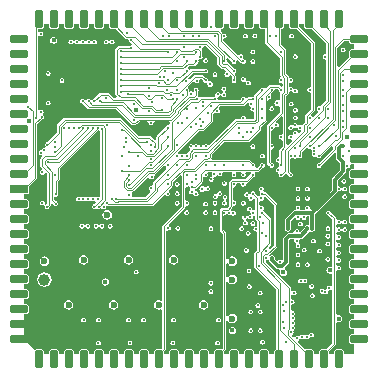
<source format=gbr>
%TF.GenerationSoftware,Altium Limited,DefaultClient, ()*%
G04 Layer_Physical_Order=2*
G04 Layer_Color=36540*
%FSLAX26Y26*%
%MOIN*%
%TF.SameCoordinates,9CB29443-125E-45F9-99EE-4E50F1371B14*%
%TF.FilePolarity,Positive*%
%TF.FileFunction,Copper,L2,Inr,Signal*%
%TF.Part,Single*%
G01*
G75*
%TA.AperFunction,Conductor*%
%ADD34C,0.011811*%
%ADD36C,0.003937*%
%TA.AperFunction,ComponentPad*%
G04:AMPARAMS|DCode=41|XSize=27.559mil|YSize=62.992mil|CornerRadius=6.89mil|HoleSize=0mil|Usage=FLASHONLY|Rotation=90.000|XOffset=0mil|YOffset=0mil|HoleType=Round|Shape=RoundedRectangle|*
%AMROUNDEDRECTD41*
21,1,0.027559,0.049212,0,0,90.0*
21,1,0.013780,0.062992,0,0,90.0*
1,1,0.013780,0.024606,0.006890*
1,1,0.013780,0.024606,-0.006890*
1,1,0.013780,-0.024606,-0.006890*
1,1,0.013780,-0.024606,0.006890*
%
%ADD41ROUNDEDRECTD41*%
G04:AMPARAMS|DCode=42|XSize=27.559mil|YSize=62.992mil|CornerRadius=6.89mil|HoleSize=0mil|Usage=FLASHONLY|Rotation=0.000|XOffset=0mil|YOffset=0mil|HoleType=Round|Shape=RoundedRectangle|*
%AMROUNDEDRECTD42*
21,1,0.027559,0.049212,0,0,0.0*
21,1,0.013780,0.062992,0,0,0.0*
1,1,0.013780,0.006890,-0.024606*
1,1,0.013780,-0.006890,-0.024606*
1,1,0.013780,-0.006890,0.024606*
1,1,0.013780,0.006890,0.024606*
%
%ADD42ROUNDEDRECTD42*%
%ADD43R,0.062992X0.027559*%
%TA.AperFunction,ViaPad*%
%ADD44C,0.007874*%
%ADD45C,0.011811*%
%ADD46C,0.015748*%
%ADD47C,0.023622*%
%ADD48C,0.039370*%
G36*
X782071Y1093110D02*
X782912Y1088886D01*
X785305Y1085305D01*
X788886Y1082912D01*
X793110Y1082071D01*
X802663D01*
Y1040354D01*
X804535Y1035834D01*
X853844Y986525D01*
Y928544D01*
X855260Y925125D01*
X854585Y921708D01*
X853395Y919274D01*
X851607Y918078D01*
X849866Y915474D01*
X849255Y912402D01*
X849866Y909329D01*
X851607Y906725D01*
X854211Y904984D01*
X857283Y904373D01*
X861718Y900339D01*
Y892968D01*
X861306Y892411D01*
X856718Y890511D01*
X851961Y895268D01*
X847441Y897140D01*
X819882D01*
X815362Y895268D01*
X806029Y885935D01*
X799968Y886582D01*
X797364Y888323D01*
X794291Y888934D01*
X791219Y888323D01*
X788614Y886582D01*
X786874Y883978D01*
X786514Y882168D01*
X768118Y863772D01*
X766246Y859252D01*
X762795Y857438D01*
X759723Y856827D01*
X758189Y855802D01*
X748032D01*
X743512Y853929D01*
X743200Y853618D01*
X737225Y854714D01*
X736976Y855086D01*
X734371Y856827D01*
X731299Y857438D01*
X728227Y856827D01*
X725622Y855086D01*
X723882Y852482D01*
X723522Y850672D01*
X718809Y845959D01*
X649251D01*
X644839Y849410D01*
X644228Y852482D01*
X644557Y853541D01*
X646964Y857387D01*
X648742Y857740D01*
X651346Y859481D01*
X652822Y861689D01*
X653391Y862142D01*
X658820Y860456D01*
X658921Y860117D01*
X659131Y859803D01*
X660661Y857512D01*
X663266Y855772D01*
X666338Y855161D01*
X669411Y855772D01*
X672015Y857512D01*
X673755Y860117D01*
X674367Y863189D01*
X673755Y866261D01*
X672015Y868866D01*
X669696Y870416D01*
X669411Y872635D01*
Y873428D01*
X669696Y875647D01*
X672015Y877197D01*
X673755Y879802D01*
X674367Y882874D01*
X673755Y885946D01*
X672015Y888551D01*
X669411Y890291D01*
X666338Y890902D01*
X663266Y890291D01*
X660661Y888551D01*
X658921Y885946D01*
X658310Y882874D01*
X658921Y879802D01*
X660661Y877197D01*
X662981Y875647D01*
X663266Y873428D01*
Y872635D01*
X662981Y870416D01*
X660661Y868866D01*
X659185Y866657D01*
X658616Y866205D01*
X653188Y867890D01*
X653087Y868230D01*
X652877Y868544D01*
X651346Y870834D01*
X648742Y872575D01*
X645669Y873186D01*
X642597Y872575D01*
X639992Y870834D01*
X638252Y868230D01*
X637641Y865158D01*
X638252Y862085D01*
X637924Y861026D01*
X635516Y857180D01*
X633739Y856827D01*
X633678Y856786D01*
X589567D01*
X587713Y856018D01*
X584860Y855026D01*
X581464Y857055D01*
X578942Y859152D01*
X579976Y863605D01*
X580211Y864173D01*
Y876299D01*
X581236Y877833D01*
X581847Y880905D01*
X581236Y883978D01*
X579496Y886582D01*
X576891Y888323D01*
X573819Y888934D01*
X570747Y888323D01*
X568142Y886582D01*
X566402Y883978D01*
X565791Y880905D01*
X566357Y878057D01*
X565845Y877361D01*
X562821Y874798D01*
X562427Y874670D01*
X561143Y875527D01*
X558071Y876139D01*
X554999Y875527D01*
X553715Y874670D01*
X553320Y874798D01*
X550297Y877361D01*
X549784Y878057D01*
X550351Y880905D01*
X549740Y883978D01*
X548000Y886582D01*
X547352Y892643D01*
X563073Y908364D01*
X567743Y907480D01*
X568679Y906899D01*
X570111Y904756D01*
X572715Y903016D01*
X575788Y902405D01*
X578860Y903016D01*
X581464Y904756D01*
X583205Y907361D01*
X583816Y910433D01*
X583537Y911836D01*
X586024Y915985D01*
X586993Y916836D01*
X591841D01*
X597538Y911139D01*
X597898Y909329D01*
X599638Y906725D01*
X602243Y904984D01*
X605315Y904373D01*
X607091Y904727D01*
X610337Y902243D01*
X611287Y900908D01*
X611028Y899606D01*
X611792Y895766D01*
X613967Y892510D01*
X617223Y890335D01*
X621063Y889571D01*
X624903Y890335D01*
X628159Y892510D01*
X630334Y895766D01*
X631098Y899606D01*
X630334Y903446D01*
X628159Y906702D01*
X624903Y908877D01*
X621063Y909641D01*
X617762Y908985D01*
X615568Y910321D01*
X613320Y912283D01*
X613343Y912402D01*
X612732Y915474D01*
X610992Y918078D01*
X608387Y919819D01*
X606578Y920179D01*
X599008Y927748D01*
X594488Y929620D01*
X568898D01*
X564378Y927748D01*
X551929Y915299D01*
X546031Y915126D01*
X545384Y921187D01*
X561703Y937505D01*
X600708D01*
X602243Y936480D01*
X605315Y935869D01*
X608387Y936480D01*
X610992Y938221D01*
X612732Y940825D01*
X613343Y943898D01*
X612732Y946970D01*
X610992Y949574D01*
X608387Y951315D01*
X605315Y951926D01*
X602243Y951315D01*
X600708Y950290D01*
X559055D01*
X554535Y948418D01*
X554224Y948106D01*
X548249Y949202D01*
X548000Y949574D01*
X546447Y950612D01*
X545273Y954769D01*
X545255Y955264D01*
X549054Y959159D01*
X563976D01*
X568496Y961031D01*
X575082Y967616D01*
X576891Y967976D01*
X579496Y969717D01*
X581236Y972321D01*
X581847Y975394D01*
X581236Y978466D01*
X580682Y979295D01*
X584287Y982900D01*
X584526Y982740D01*
X587598Y982129D01*
X590671Y982740D01*
X593275Y984481D01*
X595016Y987085D01*
X595627Y990158D01*
X595016Y993230D01*
X593990Y994764D01*
Y1009842D01*
X592118Y1014362D01*
X593275Y1018929D01*
X595016Y1021534D01*
X595627Y1024606D01*
X600038Y1028057D01*
X604694D01*
X644198Y988552D01*
Y968055D01*
X646071Y963535D01*
X656449Y953157D01*
X660969Y951285D01*
X665799D01*
X672586Y944498D01*
X672709Y943328D01*
X671550Y938463D01*
X670504Y937764D01*
X668764Y935159D01*
X668153Y932087D01*
X668764Y929014D01*
X670504Y926410D01*
X673109Y924669D01*
X676181Y924058D01*
X679253Y924669D01*
X681858Y926410D01*
X682557Y927456D01*
X687423Y928614D01*
X688592Y928492D01*
X693411Y923673D01*
Y917008D01*
X692386Y915474D01*
X691775Y912402D01*
X692386Y909329D01*
X694126Y906725D01*
X696731Y904984D01*
X699803Y904373D01*
X702875Y904984D01*
X705480Y906725D01*
X707220Y909329D01*
X707831Y912402D01*
X707220Y915474D01*
X706195Y917008D01*
Y926321D01*
X704323Y930841D01*
X703631Y931533D01*
X703471Y932584D01*
X704601Y937634D01*
X705480Y938221D01*
X707220Y940825D01*
X707831Y943898D01*
X707220Y946970D01*
X705480Y949574D01*
X702875Y951315D01*
X701066Y951675D01*
X682669Y970071D01*
X678149Y971943D01*
X676335Y975394D01*
X675724Y978466D01*
X674699Y980000D01*
Y984925D01*
X679319Y986838D01*
X692026Y974131D01*
X692386Y972321D01*
X694126Y969717D01*
X696731Y967976D01*
X699803Y967365D01*
X702875Y967976D01*
X705480Y969717D01*
X707220Y972321D01*
X707831Y975394D01*
X707715Y975977D01*
X712323Y978440D01*
X719890Y970874D01*
X724409Y969002D01*
X726693D01*
X728227Y967976D01*
X731299Y967365D01*
X734371Y967976D01*
X736976Y969717D01*
X738716Y972321D01*
X739327Y975394D01*
X738716Y978466D01*
X736976Y981071D01*
X734371Y982811D01*
X733463Y982992D01*
X730851Y987978D01*
X730842Y988069D01*
X731453Y991142D01*
X730842Y994214D01*
X729102Y996819D01*
X726497Y998559D01*
X723425Y999170D01*
X720353Y998559D01*
X717748Y996819D01*
X711851Y996992D01*
X664396Y1044447D01*
X664679Y1048025D01*
X667323Y1052011D01*
X670395Y1052622D01*
X673000Y1054362D01*
X674740Y1056967D01*
X675351Y1060039D01*
X674740Y1063112D01*
X673000Y1065716D01*
X670395Y1067457D01*
X667323Y1068068D01*
X666877Y1067979D01*
X663761Y1067938D01*
X660610Y1071037D01*
X660032Y1072433D01*
X654987Y1077478D01*
X656048Y1080040D01*
X657369Y1082167D01*
X661114Y1082912D01*
X664695Y1085305D01*
X667088Y1088886D01*
X667929Y1093110D01*
Y1100000D01*
X682071D01*
Y1093110D01*
X682912Y1088886D01*
X685305Y1085305D01*
X688886Y1082912D01*
X693110Y1082071D01*
X706890D01*
X711114Y1082912D01*
X714695Y1085305D01*
X717088Y1088886D01*
X717929Y1093110D01*
Y1100000D01*
X732071D01*
Y1093110D01*
X732912Y1088886D01*
X735305Y1085305D01*
X738886Y1082912D01*
X743110Y1082071D01*
X756890D01*
X761114Y1082912D01*
X764695Y1085305D01*
X767088Y1088886D01*
X767929Y1093110D01*
Y1100000D01*
X782071D01*
Y1093110D01*
D02*
G37*
G36*
X282071D02*
X282912Y1088886D01*
X285305Y1085305D01*
X288886Y1082912D01*
X293110Y1082071D01*
X306890D01*
X308112Y1082315D01*
X336876Y1053551D01*
X341396Y1051679D01*
X347063D01*
X348031Y1050827D01*
X350519Y1046679D01*
X350239Y1045276D01*
X350851Y1042203D01*
X352591Y1039599D01*
X355195Y1037858D01*
X356698Y1037560D01*
X359155Y1034044D01*
X357128Y1029455D01*
X355195Y1029071D01*
X353661Y1028046D01*
X317913D01*
X313393Y1026173D01*
X306504Y1019284D01*
X304632Y1014764D01*
Y866142D01*
X306504Y861622D01*
X309673Y858452D01*
X307760Y853833D01*
X297923D01*
X283063Y868693D01*
X278543Y870565D01*
X255984D01*
X251464Y868693D01*
X233659Y850887D01*
X231849Y850527D01*
X229244Y848787D01*
X227813Y846644D01*
X227484Y846441D01*
X225476Y846183D01*
X224682D01*
X222463Y846468D01*
X220913Y848787D01*
X218309Y850527D01*
X215236Y851138D01*
X212164Y850527D01*
X209559Y848787D01*
X208128Y846644D01*
X207799Y846441D01*
X205792Y846183D01*
X204996D01*
X202778Y846468D01*
X201228Y848787D01*
X198623Y850527D01*
X195551Y851139D01*
X192479Y850527D01*
X189874Y848787D01*
X188134Y846183D01*
X187523Y843110D01*
X188134Y840038D01*
X189874Y837433D01*
X192479Y835693D01*
X194288Y835333D01*
X211307Y818315D01*
X215827Y816442D01*
X305285D01*
X356562Y765165D01*
X361082Y763293D01*
X371063D01*
X375583Y765165D01*
X385522Y775104D01*
X411166D01*
X415200Y770669D01*
X415811Y767597D01*
X417551Y764992D01*
X420156Y763252D01*
X423228Y762641D01*
X426301Y763252D01*
X428905Y764992D01*
X430646Y767597D01*
X431257Y770669D01*
X435291Y775104D01*
X481727D01*
X485734Y771712D01*
Y766126D01*
X484882Y765158D01*
X480734Y762670D01*
X479331Y762950D01*
X476258Y762338D01*
X473654Y760598D01*
X471913Y757994D01*
X471553Y756184D01*
X443315Y727945D01*
X441442Y723425D01*
Y713894D01*
X436823Y711981D01*
X422827Y725977D01*
X418307Y727849D01*
X381893D01*
X323726Y786016D01*
X319206Y787888D01*
X136502D01*
X131982Y786016D01*
X111622Y765655D01*
X109750Y761135D01*
Y738868D01*
X76493Y705612D01*
X74684Y705252D01*
X72079Y703511D01*
X70339Y700907D01*
X69728Y697835D01*
X70339Y694762D01*
X71880Y692455D01*
X71543Y691227D01*
X69578Y687815D01*
X67913Y688146D01*
X64841Y687535D01*
X62236Y685795D01*
X60572Y683305D01*
X60496Y683190D01*
Y683190D01*
X59885Y680118D01*
X57087Y679288D01*
X54014Y678677D01*
X51410Y676937D01*
X49669Y674332D01*
X49058Y671260D01*
X49669Y668188D01*
X51410Y665583D01*
X54014Y663843D01*
X57087Y663231D01*
X58898Y663592D01*
X61682Y659305D01*
X55520Y653142D01*
X53647Y648622D01*
Y627953D01*
X55520Y623433D01*
X60866Y618087D01*
X58949Y612933D01*
X57951Y612734D01*
X55347Y610994D01*
X53606Y608389D01*
X52995Y605317D01*
X53606Y602245D01*
X55347Y599640D01*
X57951Y597900D01*
X61024Y597289D01*
X64096Y597900D01*
X66701Y599640D01*
X68441Y602245D01*
X68639Y603242D01*
X73793Y605159D01*
X77269Y601683D01*
Y500679D01*
X75509Y498919D01*
X73699Y498559D01*
X72569Y497804D01*
X72279Y497610D01*
X68995Y500396D01*
X68485Y501089D01*
X69052Y503938D01*
X68441Y507011D01*
X66701Y509615D01*
X64096Y511356D01*
X61024Y511967D01*
X57951Y511356D01*
X55347Y509615D01*
X53606Y507011D01*
X52995Y503938D01*
X53606Y500866D01*
X55347Y498261D01*
X57951Y496521D01*
X61024Y495910D01*
X64096Y496521D01*
X65226Y497276D01*
X65517Y497470D01*
X68800Y494684D01*
X69310Y493991D01*
X68743Y491142D01*
X69355Y488070D01*
X71095Y485465D01*
X73699Y483725D01*
X76772Y483114D01*
X79844Y483725D01*
X82449Y485465D01*
X84189Y488070D01*
X84549Y489879D01*
X88181Y493512D01*
X90053Y498032D01*
Y501264D01*
X94673Y503177D01*
X98128Y499722D01*
X98488Y497912D01*
X100229Y495307D01*
X102833Y493567D01*
X105906Y492956D01*
X108978Y493567D01*
X111582Y495307D01*
X113323Y497912D01*
X113934Y500984D01*
X113323Y504057D01*
X111582Y506661D01*
X108978Y508401D01*
X107168Y508762D01*
X99896Y516034D01*
Y521012D01*
X100512Y521862D01*
X104896Y524653D01*
X105906Y524452D01*
X108978Y525063D01*
X111582Y526803D01*
X113323Y529408D01*
X113934Y532480D01*
X113323Y535553D01*
X112298Y537087D01*
Y574715D01*
X117709Y580126D01*
X119581Y584646D01*
Y618416D01*
X246342Y745177D01*
X248151Y745537D01*
X248589Y745829D01*
X250278Y746214D01*
X254435Y743229D01*
Y525508D01*
X253803Y524976D01*
X249435Y523293D01*
X248151Y524151D01*
X245079Y524762D01*
X242007Y524151D01*
X239402Y522410D01*
X235008D01*
X232403Y524151D01*
X229331Y524762D01*
X226259Y524151D01*
X223654Y522410D01*
X219260D01*
X216655Y524151D01*
X213583Y524762D01*
X210511Y524151D01*
X207906Y522410D01*
X203512D01*
X200907Y524151D01*
X197835Y524762D01*
X194763Y524151D01*
X192158Y522410D01*
X187764D01*
X185159Y524151D01*
X182087Y524762D01*
X179015Y524151D01*
X176410Y522410D01*
X174670Y519806D01*
X174059Y516734D01*
X174670Y513661D01*
X176410Y511057D01*
X179015Y509316D01*
X182087Y508705D01*
X185159Y509316D01*
X187764Y511057D01*
X192158D01*
X194763Y509316D01*
X197835Y508705D01*
X200907Y509316D01*
X203512Y511057D01*
X207906D01*
X210511Y509316D01*
X213583Y508705D01*
X216655Y509316D01*
X219260Y511057D01*
X223654D01*
X226259Y509316D01*
X229331Y508705D01*
X232403Y509316D01*
X234388Y510642D01*
X236909Y509929D01*
X239297Y507470D01*
X239229Y505159D01*
X232989Y498919D01*
X231179Y498559D01*
X228575Y496818D01*
X226835Y494214D01*
X226224Y491142D01*
X226835Y488069D01*
X228575Y485465D01*
X231179Y483724D01*
X234252Y483113D01*
X237324Y483724D01*
X239929Y485465D01*
X244486Y484698D01*
X245944Y483725D01*
X249016Y483113D01*
X252088Y483725D01*
X254115Y485079D01*
X254862Y485434D01*
X260060Y484498D01*
X260071Y484481D01*
X262676Y482740D01*
X265748Y482129D01*
X268820Y482740D01*
X271425Y484481D01*
X273165Y487085D01*
X273776Y490158D01*
X273632Y490882D01*
X274791Y492136D01*
X278104Y494029D01*
X281495Y492625D01*
X426322D01*
X430842Y494497D01*
X466966Y530621D01*
X468017Y530782D01*
X473067Y529651D01*
X473654Y528772D01*
X476258Y527032D01*
X479331Y526420D01*
X482403Y527032D01*
X485008Y528772D01*
X486748Y531376D01*
X487359Y534449D01*
X486748Y537521D01*
X485008Y540126D01*
X484129Y540713D01*
X482998Y545762D01*
X483159Y546814D01*
X494677Y558332D01*
X496550Y562852D01*
Y572464D01*
X520485Y596399D01*
X525104Y594486D01*
Y491821D01*
X463000Y429717D01*
X461128Y425197D01*
Y180311D01*
X456128Y177639D01*
X454964Y178417D01*
X448819Y179639D01*
X442674Y178417D01*
X437465Y174936D01*
X433985Y169727D01*
X432762Y163582D01*
X433985Y157438D01*
X437465Y152229D01*
X442674Y148748D01*
X448819Y147526D01*
X454964Y148748D01*
X456128Y149526D01*
X461128Y146853D01*
Y21435D01*
X457070Y17893D01*
X456890Y17929D01*
X443110D01*
X438886Y17088D01*
X435305Y14695D01*
X432912Y11114D01*
X432071Y6890D01*
Y0D01*
X417929D01*
Y6890D01*
X417088Y11114D01*
X414695Y14695D01*
X411114Y17088D01*
X406890Y17929D01*
X393110D01*
X388886Y17088D01*
X385305Y14695D01*
X382912Y11114D01*
X382071Y6890D01*
Y0D01*
X367929D01*
Y6890D01*
X367088Y11114D01*
X364695Y14695D01*
X361114Y17088D01*
X356890Y17929D01*
X343110D01*
X338886Y17088D01*
X335305Y14695D01*
X332912Y11114D01*
X332071Y6890D01*
Y0D01*
X317929D01*
Y6890D01*
X317088Y11114D01*
X314695Y14695D01*
X311114Y17088D01*
X306890Y17929D01*
X293110D01*
X288886Y17088D01*
X285305Y14695D01*
X282912Y11114D01*
X282071Y6890D01*
Y0D01*
X267929D01*
Y6890D01*
X267088Y11114D01*
X264695Y14695D01*
X261114Y17088D01*
X256890Y17929D01*
X243110D01*
X238886Y17088D01*
X235305Y14695D01*
X232912Y11114D01*
X232071Y6890D01*
Y0D01*
X217929D01*
Y6890D01*
X217088Y11114D01*
X214695Y14695D01*
X211114Y17088D01*
X206890Y17929D01*
X193110D01*
X188886Y17088D01*
X185305Y14695D01*
X182912Y11114D01*
X182071Y6890D01*
Y0D01*
X167929D01*
Y6890D01*
X167088Y11114D01*
X164695Y14695D01*
X161114Y17088D01*
X156890Y17929D01*
X143110D01*
X138886Y17088D01*
X135305Y14695D01*
X132912Y11114D01*
X132071Y6890D01*
Y0D01*
X117929D01*
Y6890D01*
X117088Y11114D01*
X114695Y14695D01*
X111114Y17088D01*
X106890Y17929D01*
X93110D01*
X88886Y17088D01*
X85305Y14695D01*
X82912Y11114D01*
X82071Y6890D01*
Y0D01*
X67929D01*
Y6890D01*
X67088Y11114D01*
X64695Y14695D01*
X61114Y17088D01*
X56890Y17929D01*
X43110D01*
X38886Y17088D01*
X35305Y14695D01*
X0Y50000D01*
Y132071D01*
X6890D01*
X11114Y132912D01*
X14695Y135305D01*
X17088Y138886D01*
X17929Y143110D01*
Y156890D01*
X17088Y161114D01*
X14695Y164695D01*
X11114Y167088D01*
X6890Y167929D01*
X0D01*
Y182071D01*
X6890D01*
X11114Y182912D01*
X14695Y185305D01*
X17088Y188886D01*
X17929Y193110D01*
Y206890D01*
X17088Y211114D01*
X14695Y214695D01*
X11114Y217088D01*
X6890Y217929D01*
X0D01*
Y232071D01*
X6890D01*
X11114Y232912D01*
X14695Y235305D01*
X17088Y238886D01*
X17929Y243110D01*
Y256890D01*
X17088Y261114D01*
X14695Y264695D01*
X11114Y267088D01*
X6890Y267929D01*
X0D01*
Y282071D01*
X6890D01*
X11114Y282912D01*
X14695Y285305D01*
X17088Y288886D01*
X17929Y293110D01*
Y306890D01*
X17088Y311114D01*
X14695Y314695D01*
X11114Y317088D01*
X6890Y317929D01*
X0D01*
Y332071D01*
X6890D01*
X11114Y332912D01*
X14695Y335305D01*
X17088Y338886D01*
X17929Y343110D01*
Y356890D01*
X17088Y361114D01*
X14695Y364695D01*
X11114Y367088D01*
X6890Y367929D01*
X0D01*
Y382071D01*
X6890D01*
X11114Y382912D01*
X14695Y385305D01*
X17088Y388886D01*
X17929Y393110D01*
Y406890D01*
X17088Y411114D01*
X14695Y414695D01*
X11114Y417088D01*
X6890Y417929D01*
X0D01*
Y432071D01*
X6890D01*
X11114Y432912D01*
X14695Y435305D01*
X17088Y438886D01*
X17929Y443110D01*
Y456890D01*
X17088Y461114D01*
X14695Y464695D01*
X11114Y467088D01*
X6890Y467929D01*
X0D01*
Y482071D01*
X6890D01*
X11114Y482912D01*
X14695Y485305D01*
X17088Y488886D01*
X17929Y493110D01*
Y506890D01*
X17088Y511114D01*
X14695Y514695D01*
X11114Y517088D01*
X6890Y517929D01*
X0D01*
Y531959D01*
X13780D01*
X16793Y533207D01*
X18041Y536221D01*
Y559001D01*
X41922Y582882D01*
X43794Y587402D01*
Y766053D01*
X60318Y782577D01*
X62128Y782937D01*
X64732Y784677D01*
X66472Y787282D01*
X67084Y790354D01*
X66472Y793427D01*
X64732Y796031D01*
X64223Y796371D01*
X62964Y800718D01*
X63453Y802442D01*
X64504Y804014D01*
X65115Y807087D01*
X64504Y810159D01*
X62764Y812764D01*
X60159Y814504D01*
X57087Y815115D01*
X54014Y814504D01*
X51410Y812764D01*
X50762Y811794D01*
X45762Y813311D01*
Y1059232D01*
X49006Y1060637D01*
X50762Y1061027D01*
X53030Y1059512D01*
X56102Y1058901D01*
X59175Y1059512D01*
X61779Y1061252D01*
X63520Y1063857D01*
X64131Y1066929D01*
X63520Y1070001D01*
X61779Y1072606D01*
X59175Y1074346D01*
X56102Y1074957D01*
X53030Y1074346D01*
X50762Y1072831D01*
X49006Y1073221D01*
X45762Y1074627D01*
Y1082071D01*
X56890D01*
X61114Y1082912D01*
X64695Y1085305D01*
X67088Y1088886D01*
X67929Y1093110D01*
Y1100000D01*
X82071D01*
Y1093110D01*
X82912Y1088886D01*
X85305Y1085305D01*
X88886Y1082912D01*
X93110Y1082071D01*
X106890D01*
X111114Y1082912D01*
X114695Y1085305D01*
X117088Y1088886D01*
X117929Y1093110D01*
Y1100000D01*
X132071D01*
Y1093110D01*
X132912Y1088886D01*
X135305Y1085305D01*
X138886Y1082912D01*
X143110Y1082071D01*
X156890D01*
X161114Y1082912D01*
X164695Y1085305D01*
X167088Y1088886D01*
X167929Y1093110D01*
Y1100000D01*
X182071D01*
Y1093110D01*
X182912Y1088886D01*
X185305Y1085305D01*
X188886Y1082912D01*
X193110Y1082071D01*
X206890D01*
X211114Y1082912D01*
X214695Y1085305D01*
X217088Y1088886D01*
X217929Y1093110D01*
Y1100000D01*
X232071D01*
Y1093110D01*
X232912Y1088886D01*
X235305Y1085305D01*
X238886Y1082912D01*
X243110Y1082071D01*
X256890D01*
X261114Y1082912D01*
X264695Y1085305D01*
X267088Y1088886D01*
X267929Y1093110D01*
Y1100000D01*
X282071D01*
Y1093110D01*
D02*
G37*
G36*
X1082071Y1043110D02*
X1082912Y1038886D01*
X1085305Y1035305D01*
X1088886Y1032912D01*
X1093110Y1032071D01*
X1100000D01*
Y1017929D01*
X1093110D01*
X1088886Y1017088D01*
X1085305Y1014695D01*
X1082912Y1011114D01*
X1082071Y1006890D01*
Y993110D01*
X1082403Y991443D01*
X1048413Y957453D01*
X1043794Y959366D01*
Y1019990D01*
X1067411Y1043608D01*
X1082071D01*
Y1043110D01*
D02*
G37*
G36*
X882071Y1093110D02*
X882912Y1088886D01*
X885305Y1085305D01*
X888886Y1082912D01*
X893110Y1082071D01*
X906890D01*
X908557Y1082403D01*
X956206Y1034754D01*
Y892968D01*
X951771Y888934D01*
X948699Y888323D01*
X946095Y886582D01*
X944354Y883978D01*
X943743Y880905D01*
X944354Y877833D01*
X946095Y875229D01*
X948699Y873488D01*
X951771Y872877D01*
X956206Y868843D01*
Y815640D01*
X937409Y796843D01*
X935537Y792323D01*
Y773626D01*
X929535Y767624D01*
X928430Y764956D01*
X923919Y762633D01*
X922663Y762475D01*
X920276Y762950D01*
X917376Y762373D01*
X917179Y762350D01*
X911952Y764844D01*
X911945Y764883D01*
X910204Y767488D01*
X907600Y769228D01*
X904528Y769839D01*
X901455Y769228D01*
X898851Y767488D01*
X897110Y764883D01*
X897102Y764844D01*
X891876Y762350D01*
X891679Y762373D01*
X888779Y762950D01*
X885707Y762338D01*
X883103Y760598D01*
X881362Y757994D01*
X880751Y754921D01*
X881362Y751849D01*
X883103Y749244D01*
X885707Y747504D01*
X888779Y746893D01*
X891852Y747504D01*
X894456Y749244D01*
X896197Y751849D01*
X896205Y751888D01*
X901431Y754382D01*
X901628Y754359D01*
X904528Y753782D01*
X907427Y754359D01*
X907624Y754382D01*
X912851Y751888D01*
X912858Y751849D01*
X914599Y749244D01*
X917203Y747504D01*
X920276Y746893D01*
X921702Y747177D01*
X924165Y742569D01*
X917357Y735761D01*
X916427Y735850D01*
X912255Y737730D01*
X911945Y739292D01*
X910205Y741897D01*
X907600Y743637D01*
X904528Y744248D01*
X901455Y743637D01*
X898851Y741897D01*
X897111Y739292D01*
X896499Y736220D01*
X897066Y733372D01*
X896552Y732674D01*
X893271Y729894D01*
X891852Y730842D01*
X888779Y731453D01*
X885707Y730842D01*
X883103Y729102D01*
X881362Y726497D01*
X880751Y723425D01*
X881362Y720353D01*
X883103Y717748D01*
X885707Y716008D01*
X888779Y715397D01*
X890206Y715681D01*
X892669Y711072D01*
X879122Y697525D01*
X874502Y699439D01*
Y860541D01*
X880504Y866543D01*
X882376Y871063D01*
Y872653D01*
X883228Y873622D01*
X886844Y875790D01*
X888146Y875956D01*
X888779Y875830D01*
X891679Y876407D01*
X891876Y876430D01*
X897102Y873936D01*
X897110Y873896D01*
X898851Y871292D01*
X901455Y869551D01*
X904528Y868940D01*
X907600Y869551D01*
X910204Y871292D01*
X911945Y873896D01*
X912556Y876968D01*
X911945Y880041D01*
X910204Y882645D01*
X907600Y884386D01*
X904528Y884997D01*
X901628Y884420D01*
X901431Y884397D01*
X896205Y886891D01*
X896197Y886931D01*
X894456Y889535D01*
X891852Y891276D01*
X888779Y891887D01*
X887376Y891608D01*
X883228Y894095D01*
X882376Y895063D01*
Y901197D01*
X883228Y902165D01*
X887376Y904652D01*
X888779Y904373D01*
X891852Y904984D01*
X894456Y906725D01*
X896197Y909329D01*
X896808Y912402D01*
X896197Y915474D01*
X894456Y918078D01*
X891852Y919819D01*
X888779Y920430D01*
X887376Y920151D01*
X883228Y922638D01*
X882376Y923607D01*
Y923932D01*
X880504Y928451D01*
X874502Y934453D01*
Y1012795D01*
X872630Y1017315D01*
X856392Y1033553D01*
Y1055012D01*
X856786Y1055963D01*
Y1082071D01*
X856890D01*
X861114Y1082912D01*
X864695Y1085305D01*
X867088Y1088886D01*
X867929Y1093110D01*
Y1100000D01*
X882071D01*
Y1093110D01*
D02*
G37*
G36*
X849506Y879643D02*
X849866Y877833D01*
X851607Y875229D01*
X852384Y874709D01*
X854282Y872580D01*
X854614Y868310D01*
X853844Y866450D01*
Y848214D01*
X848844Y845541D01*
X848328Y845886D01*
X844488Y846650D01*
X840648Y845886D01*
X837392Y843710D01*
X835217Y840455D01*
X834453Y836614D01*
X835217Y832774D01*
X837392Y829518D01*
X840648Y827343D01*
X844488Y826579D01*
X848328Y827343D01*
X848844Y827688D01*
X853844Y825015D01*
Y806782D01*
X811425Y764362D01*
X809553Y759842D01*
Y638779D01*
X811425Y634260D01*
X818010Y627674D01*
X818370Y625865D01*
X820111Y623260D01*
X822715Y621520D01*
X825787Y620909D01*
X828860Y621520D01*
X831464Y623260D01*
X833205Y625865D01*
X833816Y628937D01*
X833205Y632009D01*
X831464Y634614D01*
X828860Y636354D01*
X827050Y636714D01*
X822337Y641427D01*
Y679489D01*
X825788Y683901D01*
X828860Y684512D01*
X831464Y686252D01*
X833205Y688857D01*
X833816Y691929D01*
X833205Y695001D01*
X831464Y697606D01*
X828860Y699346D01*
X825788Y699957D01*
X822337Y704369D01*
Y742481D01*
X825788Y746893D01*
X828860Y747504D01*
X831464Y749244D01*
X833205Y751849D01*
X833385Y752758D01*
X838371Y755370D01*
X838463Y755379D01*
X841535Y754768D01*
X844607Y755379D01*
X847212Y757119D01*
X848952Y759724D01*
X849563Y762796D01*
X848952Y765869D01*
X847212Y768473D01*
X844607Y770213D01*
X842788Y770575D01*
X841048Y774129D01*
X840819Y775677D01*
X857099Y791957D01*
X861718Y790043D01*
Y735488D01*
X857283Y731453D01*
X854211Y730842D01*
X851607Y729102D01*
X849866Y726497D01*
X849255Y723425D01*
X849866Y720353D01*
X851607Y717748D01*
X854211Y716008D01*
X857283Y715397D01*
X861718Y711362D01*
Y691484D01*
X852764Y682530D01*
X850891Y678010D01*
Y659093D01*
X847441Y654682D01*
X844369Y654071D01*
X841764Y652330D01*
X840024Y649726D01*
X839413Y646654D01*
X840024Y643581D01*
X841764Y640977D01*
X844369Y639236D01*
X847441Y638625D01*
X850891Y634213D01*
Y633543D01*
X849866Y632009D01*
X849255Y628937D01*
X849866Y625865D01*
X849891Y625828D01*
X848332Y622895D01*
X847015Y621133D01*
X844368Y620606D01*
X841763Y618866D01*
X840023Y616261D01*
X839412Y613189D01*
X840023Y610117D01*
X841763Y607512D01*
X844368Y605772D01*
X847015Y605245D01*
X848332Y603484D01*
X849891Y600550D01*
X849866Y600513D01*
X849255Y597441D01*
X849866Y594369D01*
X851607Y591764D01*
X854211Y590024D01*
X857284Y589413D01*
X860356Y590024D01*
X862960Y591764D01*
X864701Y594369D01*
X865061Y596178D01*
X872106Y603223D01*
X874417Y602764D01*
X881002Y596178D01*
X881362Y594369D01*
X883103Y591764D01*
X885707Y590024D01*
X888779Y589413D01*
X891852Y590024D01*
X894456Y591764D01*
X896197Y594369D01*
X896808Y597441D01*
X896197Y600513D01*
X894456Y603118D01*
X891852Y604858D01*
X890042Y605218D01*
X885329Y609931D01*
Y647993D01*
X888780Y652405D01*
X891852Y653016D01*
X893198Y653916D01*
X894514Y654743D01*
X898851Y653771D01*
X901455Y652031D01*
X904528Y651420D01*
X907600Y652031D01*
X910204Y653771D01*
X914541Y654743D01*
X915857Y653916D01*
X917203Y653016D01*
X920276Y652405D01*
X923348Y653016D01*
X925952Y654756D01*
X927693Y657361D01*
X928304Y660433D01*
X927693Y663505D01*
X926668Y665040D01*
Y672549D01*
X940197Y686079D01*
X946095Y686252D01*
X948699Y684512D01*
X951772Y683901D01*
X954670Y684477D01*
X954868Y684500D01*
X957618Y683188D01*
X960102Y678269D01*
X959491Y675197D01*
X960102Y672125D01*
X961338Y670275D01*
X960103Y668427D01*
X959491Y665354D01*
X960103Y662282D01*
X961843Y659677D01*
X964447Y657937D01*
X967520Y657326D01*
X970592Y657937D01*
X970633Y657964D01*
X975470Y657405D01*
X976528Y656347D01*
X977591Y654756D01*
X980195Y653016D01*
X983268Y652405D01*
X986340Y653016D01*
X988945Y654756D01*
X990685Y657361D01*
X991045Y659170D01*
X1025406Y693531D01*
X1027684Y692741D01*
X1030025Y691080D01*
Y684734D01*
X982005Y636714D01*
X980195Y636354D01*
X977591Y634614D01*
X975851Y632009D01*
X975239Y628937D01*
X975851Y625865D01*
X977591Y623260D01*
X980195Y621520D01*
X983268Y620909D01*
X986340Y621520D01*
X988945Y623260D01*
X990685Y625865D01*
X991045Y627674D01*
X1035542Y672172D01*
X1040162Y670258D01*
Y654528D01*
X1040926Y650687D01*
X1043101Y647432D01*
X1053941Y636591D01*
Y613409D01*
X1028337Y587805D01*
X1026162Y584549D01*
X1025398Y580709D01*
Y547465D01*
X959555Y481622D01*
X956197Y481926D01*
X952826Y486778D01*
X952910Y487203D01*
X952299Y490275D01*
X950559Y492880D01*
X947954Y494620D01*
X944882Y495231D01*
X941809Y494620D01*
X939205Y492880D01*
X937465Y490275D01*
X936854Y487203D01*
X937386Y484524D01*
X937334Y483926D01*
X934530Y479524D01*
X923738D01*
X920933Y483926D01*
X920881Y484524D01*
X921414Y487203D01*
X920803Y490275D01*
X919062Y492880D01*
X916458Y494620D01*
X913386Y495231D01*
X910313Y494620D01*
X907709Y492880D01*
X905968Y490275D01*
X905357Y487203D01*
X905890Y484524D01*
X905838Y483926D01*
X903033Y479524D01*
X902559D01*
X898719Y478760D01*
X895463Y476584D01*
X871841Y452962D01*
X869666Y449707D01*
X868902Y445866D01*
Y418307D01*
X869666Y414467D01*
X871841Y411211D01*
X875097Y409036D01*
X878937Y408272D01*
X882777Y409036D01*
X886033Y411211D01*
X888208Y414467D01*
X888972Y418307D01*
Y441709D01*
X900709Y453446D01*
X904471Y452866D01*
X906369Y452035D01*
X907709Y450030D01*
X910313Y448290D01*
X913386Y447679D01*
X916458Y448290D01*
X919063Y450030D01*
X920613Y452350D01*
X922831Y452635D01*
X923628Y452636D01*
X925845Y452351D01*
X927394Y450032D01*
X929999Y448292D01*
X933071Y447681D01*
X936143Y448292D01*
X938748Y450032D01*
X940488Y452637D01*
X941099Y455709D01*
X945452Y459453D01*
X951578D01*
Y433192D01*
X946578Y429972D01*
X944882Y430309D01*
X941042Y429545D01*
X937786Y427370D01*
X935610Y424114D01*
X934846Y420274D01*
Y419511D01*
X922271Y406935D01*
X919471Y407829D01*
X917353Y409089D01*
X916866Y411537D01*
X915126Y414141D01*
X912521Y415882D01*
X909449Y416493D01*
X906376Y415882D01*
X903772Y414141D01*
X902032Y411537D01*
X901420Y408465D01*
X897582Y403736D01*
X883858D01*
X880018Y402972D01*
X876762Y400797D01*
X866920Y390954D01*
X864744Y387699D01*
X863980Y383858D01*
Y315665D01*
X862629Y314678D01*
X858980Y313450D01*
X857403Y314504D01*
X854331Y315115D01*
X851258Y314504D01*
X848654Y312764D01*
X848497Y312529D01*
X842468Y311488D01*
X837791Y316165D01*
Y319881D01*
X837027Y323721D01*
X834852Y326977D01*
X831596Y329152D01*
X827756Y329916D01*
X823916Y329152D01*
X821582Y327593D01*
X817641Y329442D01*
X816918Y330032D01*
X816869Y330327D01*
X843103Y356561D01*
X844975Y361081D01*
Y498031D01*
X843103Y502551D01*
X806685Y538969D01*
X802165Y540841D01*
X800114D01*
X799360Y541736D01*
X798641Y543115D01*
X798312Y546021D01*
X798464Y546686D01*
X798756Y547123D01*
X799367Y550195D01*
X798756Y553268D01*
X797016Y555872D01*
X794411Y557612D01*
X791339Y558223D01*
X788266Y557612D01*
X785662Y555872D01*
X783922Y553268D01*
X783310Y550195D01*
X783922Y547123D01*
X785662Y544518D01*
X785925Y544342D01*
X787912Y541227D01*
X787166Y537958D01*
X786874Y537521D01*
X786263Y534449D01*
X786874Y531376D01*
X787167Y530938D01*
X787468Y529616D01*
X785345Y526234D01*
X780031Y526253D01*
X770572Y535711D01*
X770212Y537521D01*
X768472Y540126D01*
X765868Y541866D01*
X762795Y542477D01*
X759723Y541866D01*
X757118Y540126D01*
X755378Y537521D01*
X754767Y534449D01*
X753328Y533250D01*
X750193Y531814D01*
X750078Y531878D01*
X749543Y534568D01*
X747803Y537173D01*
X745198Y538913D01*
X742126Y539524D01*
X739053Y538913D01*
X736449Y537173D01*
X734709Y534568D01*
X734097Y531496D01*
X734709Y528424D01*
X736449Y525819D01*
X739053Y524079D01*
X742126Y523468D01*
X744198Y523880D01*
X744671Y523647D01*
X746932Y521696D01*
X748142Y520033D01*
X747877Y518699D01*
X748488Y515627D01*
X750229Y513022D01*
X752833Y511282D01*
X755905Y510671D01*
X758978Y511282D01*
X761582Y513022D01*
X763323Y515627D01*
X763429Y516162D01*
X766101Y517615D01*
X768239Y518234D01*
X771167Y515459D01*
Y481346D01*
X766167Y478674D01*
X765868Y478874D01*
X764271Y479191D01*
X762788Y479496D01*
X759997Y483265D01*
X759997Y483266D01*
X759851Y483997D01*
X759385Y486338D01*
X757645Y488943D01*
X755040Y490683D01*
X751968Y491294D01*
X748896Y490683D01*
X746291Y488943D01*
X744551Y486338D01*
X743940Y483266D01*
X744551Y480194D01*
X746291Y477589D01*
X748896Y475849D01*
X750492Y475531D01*
X751976Y475227D01*
X754766Y471458D01*
X754767Y471457D01*
X754913Y470725D01*
X755158Y469493D01*
X755096Y468015D01*
X752168Y464189D01*
X751886Y464132D01*
X749281Y462392D01*
X747564Y459822D01*
X744399Y459161D01*
X742349Y459313D01*
X740949Y461408D01*
X738344Y463148D01*
X735272Y463759D01*
X732200Y463148D01*
X729595Y461408D01*
X727855Y458803D01*
X727244Y455731D01*
X727855Y452659D01*
X729595Y450054D01*
X732200Y448314D01*
X733660Y448023D01*
X734098Y446644D01*
X734188Y442820D01*
X732512Y441700D01*
X730772Y439096D01*
X730161Y436024D01*
X730772Y432951D01*
X732512Y430347D01*
X735117Y428606D01*
X738189Y427995D01*
X741261Y428606D01*
X743866Y430347D01*
X745606Y432951D01*
X746217Y436024D01*
X745606Y439096D01*
X743866Y441700D01*
X741261Y443441D01*
X739801Y443731D01*
X739363Y445110D01*
X739273Y448934D01*
X740949Y450054D01*
X742666Y452624D01*
X745832Y453286D01*
X747882Y453133D01*
X749281Y451038D01*
X751886Y449298D01*
X754958Y448687D01*
X758030Y449298D01*
X760635Y451038D01*
X762375Y453643D01*
X762986Y456715D01*
X762596Y458679D01*
X762658Y460157D01*
X765585Y463983D01*
X765868Y464039D01*
X766167Y464240D01*
X771167Y461567D01*
Y449803D01*
X773039Y445283D01*
X778057Y440266D01*
Y428096D01*
X773057Y424619D01*
X772675Y424695D01*
X769603Y424084D01*
X766998Y422344D01*
X765258Y419739D01*
X764647Y416667D01*
X765258Y413594D01*
X766998Y410990D01*
X769603Y409250D01*
X772675Y408638D01*
X776088Y404219D01*
Y347445D01*
X769102Y340459D01*
X767230Y335939D01*
Y290267D01*
X769102Y285747D01*
X840065Y214785D01*
Y17323D01*
X838886Y17088D01*
X835305Y14695D01*
X832912Y11114D01*
X832071Y6890D01*
Y0D01*
X817929D01*
Y6890D01*
X817088Y11114D01*
X814695Y14695D01*
X811114Y17088D01*
X806890Y17929D01*
X793110D01*
X788886Y17088D01*
X785305Y14695D01*
X782912Y11114D01*
X782071Y6890D01*
Y0D01*
X767929D01*
Y6890D01*
X767088Y11114D01*
X764695Y14695D01*
X761114Y17088D01*
X756890Y17929D01*
X743110D01*
X738886Y17088D01*
X735305Y14695D01*
X732912Y11114D01*
X732071Y6890D01*
Y0D01*
X717929D01*
Y6890D01*
X717088Y11114D01*
X714695Y14695D01*
X711114Y17088D01*
X706890Y17929D01*
X693110D01*
X688886Y17088D01*
X685305Y14695D01*
X682912Y11114D01*
X682071Y6890D01*
Y0D01*
X667929D01*
Y6890D01*
X667597Y8557D01*
X672827Y13787D01*
X674699Y18307D01*
Y110182D01*
X674878Y110255D01*
X679699Y111014D01*
X682544Y106756D01*
X687753Y103276D01*
X693898Y102053D01*
X700042Y103276D01*
X705251Y106756D01*
X708732Y111965D01*
X709954Y118110D01*
X708732Y124255D01*
X705251Y129464D01*
X700042Y132944D01*
X693898Y134167D01*
X687753Y132944D01*
X682544Y129464D01*
X679699Y125206D01*
X674878Y125965D01*
X674699Y126038D01*
Y240103D01*
X674878Y240177D01*
X679699Y240935D01*
X682544Y236678D01*
X687753Y233197D01*
X693898Y231975D01*
X700042Y233197D01*
X705251Y236678D01*
X708732Y241887D01*
X709954Y248031D01*
X708732Y254176D01*
X705251Y259385D01*
X700042Y262866D01*
X693898Y264088D01*
X687753Y262866D01*
X682544Y259385D01*
X679699Y255128D01*
X674878Y255887D01*
X674699Y255959D01*
Y301127D01*
X674878Y301200D01*
X679699Y301959D01*
X682544Y297701D01*
X687753Y294221D01*
X693898Y292999D01*
X700042Y294221D01*
X705251Y297701D01*
X708732Y302911D01*
X709954Y309055D01*
X708732Y315200D01*
X705251Y320409D01*
X700042Y323889D01*
X693898Y325112D01*
X687753Y323889D01*
X682544Y320409D01*
X679699Y316151D01*
X674878Y316910D01*
X674699Y316983D01*
Y402559D01*
X672827Y407079D01*
X664857Y415049D01*
Y459017D01*
X668307Y463428D01*
X671379Y464039D01*
X673984Y465780D01*
X678378D01*
X680983Y464039D01*
X684055Y463428D01*
X687127Y464039D01*
X689732Y465780D01*
X692192Y463834D01*
X694796Y462094D01*
X697869Y461483D01*
X700941Y462094D01*
X703546Y463834D01*
X705286Y466439D01*
X705897Y469511D01*
X705286Y472583D01*
X703546Y475188D01*
X700941Y476928D01*
X697869Y477539D01*
X694796Y476928D01*
X694664Y476840D01*
X691449Y478670D01*
X690988Y484114D01*
X694481Y487606D01*
X696353Y492126D01*
X699803Y494925D01*
X702875Y495536D01*
X705480Y497276D01*
X707220Y499880D01*
X707831Y502953D01*
X707220Y506025D01*
X705480Y508630D01*
X702875Y510370D01*
X699803Y510981D01*
X696353Y515393D01*
Y553505D01*
X699803Y557917D01*
X702875Y558528D01*
X705480Y560268D01*
X707220Y562873D01*
X707831Y565945D01*
X711866Y570380D01*
X719237D01*
X723271Y565945D01*
X723882Y562873D01*
X725622Y560268D01*
X728227Y558528D01*
X731299Y557917D01*
X734371Y558528D01*
X736976Y560268D01*
X738716Y562873D01*
X739327Y565945D01*
X742126Y570380D01*
X746646Y572252D01*
X764058Y589664D01*
X765868Y590024D01*
X768472Y591764D01*
X770212Y594369D01*
X770824Y597441D01*
X770212Y600513D01*
X768697Y602781D01*
X769087Y604538D01*
X770493Y607781D01*
X779528D01*
X784047Y609653D01*
X795554Y621160D01*
X797364Y621520D01*
X799968Y623260D01*
X801708Y625865D01*
X802320Y628937D01*
X801708Y632009D01*
X799968Y634614D01*
X797364Y636354D01*
X794291Y636965D01*
X791219Y636354D01*
X788614Y634614D01*
X786874Y632009D01*
X786514Y630200D01*
X777287Y620972D01*
X772231Y621414D01*
X770013Y625565D01*
X770212Y625865D01*
X770824Y628937D01*
X770212Y632009D01*
X768472Y634614D01*
X765868Y636354D01*
X764058Y636714D01*
X754520Y646252D01*
X750000Y648124D01*
X625311D01*
X623398Y652744D01*
X623614Y652961D01*
X625487Y657480D01*
Y664675D01*
X667018Y706206D01*
X746063D01*
X750583Y708078D01*
X788969Y746464D01*
X790841Y750984D01*
Y758179D01*
X809638Y776976D01*
X811510Y781496D01*
Y844894D01*
X816510Y848354D01*
X816929Y848271D01*
X820001Y848882D01*
X822606Y850622D01*
X824346Y853227D01*
X824957Y856299D01*
X824346Y859371D01*
X822606Y861976D01*
X821959Y868037D01*
X827050Y873128D01*
X828860Y873488D01*
X831464Y875229D01*
X833205Y877833D01*
X833816Y880905D01*
X838227Y884356D01*
X844793D01*
X849506Y879643D01*
D02*
G37*
G36*
X932071Y1093110D02*
X932912Y1088886D01*
X935305Y1085305D01*
X938886Y1082912D01*
X943110Y1082071D01*
X956890D01*
X958557Y1082403D01*
X1007388Y1033573D01*
Y1003464D01*
X1003346Y999170D01*
X1000274Y998559D01*
X997670Y996819D01*
X995929Y994214D01*
X995318Y991142D01*
X995929Y988069D01*
X997670Y985465D01*
X1000274Y983725D01*
X1003346Y983113D01*
X1007388Y978819D01*
Y845476D01*
X991543Y829632D01*
X990971Y828250D01*
X986523Y825446D01*
X984882Y825621D01*
X983268Y825942D01*
X980195Y825331D01*
X977591Y823590D01*
X975851Y820986D01*
X975239Y817913D01*
X975851Y814841D01*
X977591Y812236D01*
X977963Y811988D01*
X979059Y806012D01*
X963673Y790626D01*
X957697Y791722D01*
X957449Y792094D01*
X956801Y798155D01*
X967118Y808472D01*
X968990Y812992D01*
Y1037402D01*
X967118Y1041921D01*
X917597Y1091443D01*
X917929Y1093110D01*
Y1100000D01*
X932071D01*
Y1093110D01*
D02*
G37*
G36*
X750206Y835473D02*
X749846Y833661D01*
X750457Y830589D01*
X752197Y827985D01*
X753788Y826921D01*
X754846Y825864D01*
X755405Y821026D01*
X755378Y820986D01*
X754767Y817913D01*
X755378Y814841D01*
X757118Y812236D01*
X759723Y810496D01*
X762795Y809885D01*
X766246Y805473D01*
Y784144D01*
X765069Y782967D01*
X743739D01*
X739327Y786417D01*
X738716Y789490D01*
X736976Y792094D01*
X734371Y793835D01*
X731299Y794446D01*
X728227Y793835D01*
X725622Y792094D01*
X723882Y789490D01*
X723271Y786417D01*
X718859Y782967D01*
X705709D01*
X701189Y781095D01*
X617053Y696959D01*
X610992Y697606D01*
X608387Y699346D01*
X605315Y699957D01*
X602243Y699346D01*
X599638Y697606D01*
X594260D01*
X591655Y699346D01*
X588583Y699957D01*
X585510Y699346D01*
X582906Y697606D01*
X579496D01*
X576891Y699346D01*
X573819Y699957D01*
X570747Y699346D01*
X568142Y697606D01*
X563748D01*
X561143Y699346D01*
X558071Y699957D01*
X554999Y699346D01*
X552394Y697606D01*
X550654Y695001D01*
X550043Y691929D01*
X550654Y688857D01*
X552394Y686252D01*
X552766Y686003D01*
X553862Y680028D01*
X548630Y674795D01*
X547528Y672136D01*
X546562Y670196D01*
X542323Y668461D01*
X539250Y667850D01*
X536646Y666110D01*
X532252D01*
X529647Y667850D01*
X526575Y668461D01*
X523503Y667850D01*
X520898Y666110D01*
X516504D01*
X514141Y667688D01*
X513876Y667946D01*
X512590Y673209D01*
X582990Y743608D01*
X595472D01*
X599992Y745480D01*
X626567Y772055D01*
X628439Y776575D01*
Y800502D01*
X632947Y805010D01*
X639008Y804362D01*
X641613Y802622D01*
X644685Y802011D01*
X647758Y802622D01*
X650362Y804362D01*
X652102Y806967D01*
X652713Y810039D01*
X652102Y813112D01*
X650362Y815716D01*
X649715Y821777D01*
X653238Y825301D01*
X730315D01*
X734835Y827173D01*
X745919Y838257D01*
X750206Y835473D01*
D02*
G37*
G36*
X756503Y604538D02*
X756893Y602781D01*
X755378Y600513D01*
X755018Y598704D01*
X739478Y583164D01*
X694882D01*
X690362Y581292D01*
X685441Y576370D01*
X683568Y571850D01*
Y494774D01*
X676486Y487691D01*
X662402D01*
X657882Y485819D01*
X653945Y481882D01*
X652072Y477362D01*
Y412402D01*
X653945Y407882D01*
X661915Y399911D01*
Y20955D01*
X658557Y17597D01*
X656890Y17929D01*
X643110D01*
X638886Y17088D01*
X635305Y14695D01*
X632912Y11114D01*
X632071Y6890D01*
Y0D01*
X617929D01*
Y6890D01*
X617088Y11114D01*
X614695Y14695D01*
X611114Y17088D01*
X606890Y17929D01*
X593110D01*
X588886Y17088D01*
X585305Y14695D01*
X582912Y11114D01*
X582071Y6890D01*
Y0D01*
X567929D01*
Y6890D01*
X567088Y11114D01*
X564695Y14695D01*
X561114Y17088D01*
X556890Y17929D01*
X543110D01*
X538886Y17088D01*
X535305Y14695D01*
X532912Y11114D01*
X532071Y6890D01*
Y0D01*
X517929D01*
Y6890D01*
X517088Y11114D01*
X514695Y14695D01*
X511114Y17088D01*
X506890Y17929D01*
X493110D01*
X488886Y17088D01*
X485305Y14695D01*
X482912Y11114D01*
X482071Y6890D01*
Y0D01*
X467929D01*
Y6890D01*
X467597Y8557D01*
X472040Y13000D01*
X473912Y17520D01*
Y408744D01*
X477132Y411080D01*
X478912Y411738D01*
X481299Y411263D01*
X484372Y411874D01*
X486976Y413614D01*
X488716Y416219D01*
X489327Y419291D01*
X488716Y422364D01*
X486976Y424968D01*
X484834Y426400D01*
X484253Y427337D01*
X483369Y432006D01*
X536016Y484653D01*
X537888Y489173D01*
Y490890D01*
X542323Y494925D01*
X545395Y495536D01*
X548000Y497276D01*
X549740Y499880D01*
X550351Y502953D01*
X549740Y506025D01*
X548000Y508630D01*
X545395Y510370D01*
X542323Y510981D01*
X537888Y515015D01*
Y553882D01*
X542323Y557917D01*
X545395Y558528D01*
X548000Y560268D01*
X548463Y560962D01*
X552622Y558190D01*
X552011Y555118D01*
X552622Y552046D01*
X554362Y549441D01*
X553378Y546031D01*
X551638Y543427D01*
X551027Y540354D01*
X551638Y537282D01*
X553378Y534677D01*
X555983Y532937D01*
X559055Y532326D01*
X562127Y532937D01*
X566402Y531376D01*
X568142Y528772D01*
X570747Y527032D01*
X573819Y526420D01*
X576891Y527032D01*
X579496Y528772D01*
X581236Y531376D01*
X581847Y534449D01*
X581236Y537521D01*
X579496Y540126D01*
X576891Y541866D01*
X573819Y542477D01*
X570966Y541910D01*
X570650Y542132D01*
X568518Y548003D01*
X568898Y548726D01*
X573418Y550598D01*
X594087Y571268D01*
X595959Y575787D01*
Y588667D01*
X596591Y589199D01*
X600959Y590881D01*
X602243Y590024D01*
X605315Y589413D01*
X608387Y590024D01*
X610992Y591764D01*
X612732Y594369D01*
X613343Y597441D01*
X612732Y600513D01*
X611217Y602781D01*
X611607Y604538D01*
X613013Y607781D01*
X625095D01*
X625582Y607211D01*
X627310Y602781D01*
X626472Y601527D01*
X625861Y598454D01*
X626472Y595382D01*
X627256Y594209D01*
X624591Y589641D01*
X624046Y589750D01*
X620974Y589139D01*
X618369Y587398D01*
X616629Y584794D01*
X616018Y581721D01*
X616629Y578649D01*
X618369Y576044D01*
X620974Y574304D01*
X624046Y573693D01*
X627119Y574304D01*
X629723Y576044D01*
X631463Y578649D01*
X632074Y581721D01*
X631463Y584794D01*
X630680Y585966D01*
X633344Y590535D01*
X633889Y590426D01*
X636962Y591037D01*
X639566Y592778D01*
X640930Y594818D01*
X643806Y595401D01*
X646412Y595420D01*
X646882Y594717D01*
X649487Y592976D01*
X652559Y592365D01*
X655631Y592976D01*
X658236Y594717D01*
X659976Y597321D01*
X660587Y600394D01*
X660112Y602781D01*
X660770Y604561D01*
X663107Y607781D01*
X692105D01*
X693511Y604538D01*
X693901Y602781D01*
X692386Y600513D01*
X691775Y597441D01*
X692386Y594369D01*
X694126Y591764D01*
X696731Y590024D01*
X699803Y589413D01*
X702875Y590024D01*
X705480Y591764D01*
X707220Y594369D01*
X707831Y597441D01*
X707220Y600513D01*
X705705Y602781D01*
X706095Y604538D01*
X707501Y607781D01*
X723601D01*
X725007Y604538D01*
X725397Y602781D01*
X723882Y600513D01*
X723271Y597441D01*
X723882Y594369D01*
X725622Y591764D01*
X728227Y590024D01*
X731299Y589413D01*
X734371Y590024D01*
X736976Y591764D01*
X738716Y594369D01*
X739327Y597441D01*
X738716Y600513D01*
X737201Y602781D01*
X737591Y604538D01*
X738997Y607781D01*
X755098D01*
X756503Y604538D01*
D02*
G37*
G36*
X471818Y625888D02*
X472075Y625622D01*
X473654Y623260D01*
X474301Y617199D01*
X431504Y574402D01*
X429632Y569882D01*
Y563369D01*
X428780Y562401D01*
X424631Y559913D01*
X423228Y560192D01*
X420156Y559581D01*
X417551Y557841D01*
X415811Y555236D01*
X415200Y552164D01*
X415811Y549092D01*
X417551Y546487D01*
X418513Y545845D01*
X419659Y540884D01*
X419516Y539776D01*
X402865Y523126D01*
X361269D01*
X358597Y528126D01*
X358796Y528424D01*
X359407Y531496D01*
X358796Y534569D01*
X358606Y534853D01*
X361206Y539853D01*
X365726Y541725D01*
X412319Y588319D01*
X417744Y586673D01*
X417780Y586495D01*
X419520Y583890D01*
X422125Y582150D01*
X425197Y581539D01*
X428269Y582150D01*
X430874Y583890D01*
X432614Y586495D01*
X433225Y589567D01*
X432750Y591954D01*
X433020Y593393D01*
X435299Y597621D01*
X438208Y598827D01*
X466555Y627173D01*
X471818Y625888D01*
D02*
G37*
G36*
X1093110Y632071D02*
X1100000D01*
Y617929D01*
X1093110D01*
X1088886Y617088D01*
X1085305Y614695D01*
X1082912Y611114D01*
X1082071Y606890D01*
Y593110D01*
X1082912Y588886D01*
X1085305Y585305D01*
X1088886Y582912D01*
X1093110Y582071D01*
X1100000D01*
Y567929D01*
X1093110D01*
X1088886Y567088D01*
X1085305Y564695D01*
X1082912Y561114D01*
X1082071Y556890D01*
Y543110D01*
X1082912Y538886D01*
X1085305Y535305D01*
X1088886Y532912D01*
X1093110Y532071D01*
X1100000D01*
Y517929D01*
X1093110D01*
X1088886Y517088D01*
X1085305Y514695D01*
X1082912Y511114D01*
X1082071Y506890D01*
Y493110D01*
X1082912Y488886D01*
X1085305Y485305D01*
X1088886Y482912D01*
X1093110Y482071D01*
X1100000D01*
Y467929D01*
X1093110D01*
X1088886Y467088D01*
X1085305Y464695D01*
X1082912Y461114D01*
X1082071Y456890D01*
Y443110D01*
X1082912Y438886D01*
X1085305Y435305D01*
X1088886Y432912D01*
X1093110Y432071D01*
X1100000D01*
Y417929D01*
X1093110D01*
X1088886Y417088D01*
X1085305Y414695D01*
X1082912Y411114D01*
X1082071Y406890D01*
Y393110D01*
X1082912Y388886D01*
X1085305Y385305D01*
X1088886Y382912D01*
X1093110Y382071D01*
X1100000D01*
Y367929D01*
X1093110D01*
X1088886Y367088D01*
X1085305Y364695D01*
X1082912Y361114D01*
X1082071Y356890D01*
Y343110D01*
X1082912Y338886D01*
X1085305Y335305D01*
X1088886Y332912D01*
X1093110Y332071D01*
X1100000D01*
Y317929D01*
X1093110D01*
X1088886Y317088D01*
X1085305Y314695D01*
X1082912Y311114D01*
X1082071Y306890D01*
Y293110D01*
X1082912Y288886D01*
X1085305Y285305D01*
X1088886Y282912D01*
X1093110Y282071D01*
X1100000D01*
Y267929D01*
X1093110D01*
X1088886Y267088D01*
X1085305Y264695D01*
X1082912Y261114D01*
X1082071Y256890D01*
Y243110D01*
X1082912Y238886D01*
X1085305Y235305D01*
X1088886Y232912D01*
X1093110Y232071D01*
X1100000D01*
Y217929D01*
X1093110D01*
X1088886Y217088D01*
X1085305Y214695D01*
X1082912Y211114D01*
X1082071Y206890D01*
Y193110D01*
X1082912Y188886D01*
X1085305Y185305D01*
X1088886Y182912D01*
X1093110Y182071D01*
X1100000D01*
Y167929D01*
X1093110D01*
X1088886Y167088D01*
X1085305Y164695D01*
X1082912Y161114D01*
X1082071Y156890D01*
Y143110D01*
X1082912Y138886D01*
X1085305Y135305D01*
X1088886Y132912D01*
X1093110Y132071D01*
X1100000D01*
Y117929D01*
X1093110D01*
X1088886Y117088D01*
X1085305Y114695D01*
X1082912Y111114D01*
X1082071Y106890D01*
Y93110D01*
X1082912Y88886D01*
X1085305Y85305D01*
X1088886Y82912D01*
X1093110Y82071D01*
X1100000D01*
Y67929D01*
X1093110D01*
X1088886Y67088D01*
X1085305Y64695D01*
X1082912Y61114D01*
X1082071Y56890D01*
Y43110D01*
X1082912Y38886D01*
X1085305Y35305D01*
X1088886Y32912D01*
X1093110Y32071D01*
X1100000D01*
Y0D01*
X1067929D01*
Y6890D01*
X1067088Y11114D01*
X1064695Y14695D01*
X1061114Y17088D01*
X1056890Y17929D01*
X1043110D01*
X1038886Y17088D01*
X1035305Y14695D01*
X1032912Y11114D01*
X1032071Y6890D01*
Y0D01*
X1017929D01*
Y6890D01*
X1017597Y8557D01*
X1038969Y29929D01*
X1040841Y34449D01*
Y103942D01*
X1045841Y106737D01*
X1049213Y106067D01*
X1053821Y106983D01*
X1057728Y109594D01*
X1060338Y113501D01*
X1061255Y118109D01*
X1060338Y122718D01*
X1057728Y126624D01*
X1053821Y129235D01*
X1049213Y130151D01*
X1045841Y129481D01*
X1040841Y132276D01*
Y276526D01*
X1045841Y279199D01*
X1046140Y278999D01*
X1049213Y278387D01*
X1052285Y278999D01*
X1054889Y280739D01*
X1056630Y283344D01*
X1057241Y286416D01*
X1056630Y289488D01*
X1054889Y292093D01*
X1052285Y293833D01*
X1049213Y294444D01*
X1046140Y293833D01*
X1045841Y293633D01*
X1040841Y296306D01*
Y302116D01*
X1045841Y304789D01*
X1046140Y304589D01*
X1049213Y303978D01*
X1052285Y304589D01*
X1054889Y306329D01*
X1056630Y308934D01*
X1057241Y312006D01*
X1056630Y315078D01*
X1054889Y317683D01*
X1052285Y319423D01*
X1049213Y320034D01*
X1046140Y319423D01*
X1045841Y319223D01*
X1040841Y321896D01*
Y327708D01*
X1045841Y330381D01*
X1046140Y330181D01*
X1049213Y329570D01*
X1052285Y330181D01*
X1054889Y331921D01*
X1056630Y334526D01*
X1057241Y337598D01*
X1056630Y340670D01*
X1054889Y343275D01*
X1052285Y345015D01*
X1049213Y345626D01*
X1046140Y345015D01*
X1045841Y344815D01*
X1040841Y347488D01*
Y353299D01*
X1045841Y355971D01*
X1046140Y355771D01*
X1049213Y355160D01*
X1052285Y355771D01*
X1054889Y357512D01*
X1056630Y360116D01*
X1057241Y363189D01*
X1056630Y366261D01*
X1054889Y368865D01*
X1052285Y370606D01*
X1049213Y371217D01*
X1046140Y370606D01*
X1045841Y370406D01*
X1040841Y373078D01*
Y378889D01*
X1045841Y381562D01*
X1046140Y381362D01*
X1049213Y380751D01*
X1052285Y381362D01*
X1054889Y383102D01*
X1056630Y385707D01*
X1057241Y388779D01*
X1056630Y391851D01*
X1054889Y394456D01*
X1052285Y396196D01*
X1049213Y396807D01*
X1046140Y396196D01*
X1045841Y395996D01*
X1040841Y398669D01*
Y404480D01*
X1045841Y407153D01*
X1046140Y406953D01*
X1049213Y406341D01*
X1052285Y406953D01*
X1054889Y408693D01*
X1056439Y411012D01*
X1058658Y411297D01*
X1059452D01*
X1061671Y411012D01*
X1063221Y408693D01*
X1065825Y406953D01*
X1068898Y406341D01*
X1071970Y406953D01*
X1074574Y408693D01*
X1076315Y411298D01*
X1076926Y414370D01*
X1076315Y417442D01*
X1074574Y420047D01*
X1071970Y421787D01*
X1068898Y422398D01*
X1065825Y421787D01*
X1063221Y420047D01*
X1061671Y417727D01*
X1059452Y417442D01*
X1058658D01*
X1056439Y417727D01*
X1054889Y420047D01*
X1052285Y421787D01*
X1049213Y422398D01*
X1046140Y421787D01*
X1045841Y421587D01*
X1040841Y424260D01*
Y430070D01*
X1045841Y432743D01*
X1046140Y432543D01*
X1049213Y431932D01*
X1052285Y432543D01*
X1054889Y434283D01*
X1056439Y436603D01*
X1058658Y436888D01*
X1059452D01*
X1061671Y436603D01*
X1063221Y434283D01*
X1065825Y432543D01*
X1068898Y431932D01*
X1071970Y432543D01*
X1074574Y434283D01*
X1076315Y436888D01*
X1076926Y439960D01*
X1076315Y443033D01*
X1074574Y445637D01*
X1071970Y447377D01*
X1068898Y447988D01*
X1065825Y447377D01*
X1063221Y445637D01*
X1061671Y443318D01*
X1059452Y443033D01*
X1058658D01*
X1056439Y443318D01*
X1054889Y445637D01*
X1052285Y447377D01*
X1049213Y447988D01*
X1046140Y447377D01*
X1045841Y447177D01*
X1040841Y449850D01*
Y451772D01*
X1038969Y456292D01*
X1022541Y472719D01*
X1022181Y474529D01*
X1020441Y477134D01*
X1017836Y478874D01*
X1014764Y479485D01*
X1011692Y478874D01*
X1009087Y477134D01*
X1007347Y474529D01*
X1006736Y471457D01*
X1007347Y468384D01*
X1009087Y465780D01*
X1011692Y464039D01*
X1013501Y463680D01*
X1028057Y449124D01*
Y293695D01*
X1023057Y290899D01*
X1019685Y291570D01*
X1015077Y290653D01*
X1011170Y288043D01*
X1008559Y284136D01*
X1007643Y279528D01*
X1008559Y274919D01*
X1011170Y271012D01*
X1015077Y268402D01*
X1019685Y267485D01*
X1023057Y268156D01*
X1028057Y265361D01*
Y226697D01*
X1023057Y225181D01*
X1022409Y226150D01*
X1019804Y227890D01*
X1016732Y228501D01*
X1013660Y227890D01*
X1011055Y226150D01*
X1009315Y223545D01*
X1008704Y220473D01*
X1008998Y218994D01*
X1006287Y215421D01*
X1005147Y214676D01*
X1004921Y214721D01*
X1001849Y214110D01*
X1000292Y213070D01*
X998787Y215323D01*
X996183Y217063D01*
X993110Y217674D01*
X990038Y217063D01*
X987433Y215323D01*
X985693Y212718D01*
X985082Y209646D01*
X985693Y206573D01*
X987433Y203969D01*
X990038Y202228D01*
X993110Y201617D01*
X996183Y202228D01*
X997739Y203268D01*
X999244Y201016D01*
X1001849Y199276D01*
X1004921Y198665D01*
X1007993Y199276D01*
X1010598Y201016D01*
X1012338Y203620D01*
X1012949Y206693D01*
X1012655Y208171D01*
X1015367Y211745D01*
X1016506Y212490D01*
X1016732Y212445D01*
X1019804Y213056D01*
X1022409Y214796D01*
X1023057Y215765D01*
X1028057Y214249D01*
Y37096D01*
X1008557Y17597D01*
X1006890Y17929D01*
X993110D01*
X988886Y17088D01*
X985305Y14695D01*
X982912Y11114D01*
X982071Y6890D01*
Y0D01*
X967929D01*
Y6890D01*
X967088Y11114D01*
X964695Y14695D01*
X961114Y17088D01*
X956890Y17929D01*
X943110D01*
X938886Y17088D01*
X937655Y16266D01*
X914144Y39777D01*
X914002Y40885D01*
X915147Y45846D01*
X916109Y46488D01*
X917172Y48080D01*
X918230Y49137D01*
X923067Y49696D01*
X923108Y49669D01*
X926180Y49058D01*
X929253Y49669D01*
X931857Y51410D01*
X936251D01*
X938856Y49669D01*
X941928Y49058D01*
X945000Y49669D01*
X947605Y51410D01*
X949345Y54014D01*
X949353Y54054D01*
X954580Y56548D01*
X954777Y56525D01*
X957676Y55948D01*
X960749Y56559D01*
X963353Y58300D01*
X965093Y60904D01*
X965705Y63977D01*
X965093Y67049D01*
X963353Y69654D01*
X960749Y71394D01*
X957676Y72005D01*
X954604Y71394D01*
X951999Y69654D01*
X950259Y67049D01*
X950251Y67009D01*
X945025Y64515D01*
X944828Y64538D01*
X941928Y65115D01*
X938856Y64504D01*
X936251Y62764D01*
X931857D01*
X929253Y64504D01*
X926180Y65115D01*
X923108Y64504D01*
X920503Y62764D01*
X919440Y61172D01*
X918382Y60115D01*
X913545Y59556D01*
X913505Y59583D01*
X910432Y60194D01*
X907360Y59583D01*
X904755Y57842D01*
X904113Y56880D01*
X899152Y55735D01*
X898044Y55877D01*
X894459Y59462D01*
X894317Y60570D01*
X895462Y65531D01*
X896424Y66174D01*
X898164Y68778D01*
X898775Y71850D01*
X898164Y74923D01*
X898137Y74963D01*
X898697Y79801D01*
X899754Y80858D01*
X901345Y81921D01*
X903086Y84526D01*
X903697Y87598D01*
X903086Y90671D01*
X901345Y93275D01*
Y97670D01*
X903086Y100274D01*
X903697Y103346D01*
X903086Y106419D01*
X901345Y109023D01*
Y113418D01*
X903086Y116022D01*
X903697Y119094D01*
X903086Y122167D01*
X901345Y124771D01*
Y129166D01*
X903086Y131770D01*
X903697Y134843D01*
X903086Y137915D01*
X901345Y140519D01*
X898741Y142260D01*
X895668Y142871D01*
X895250Y142788D01*
X890250Y146248D01*
Y160788D01*
X893701Y165200D01*
X896773Y165811D01*
X899378Y167551D01*
X901118Y170156D01*
X901729Y173228D01*
X901118Y176301D01*
X899378Y178905D01*
X896773Y180645D01*
X893701Y181257D01*
X890250Y185668D01*
Y196042D01*
X893493Y197448D01*
X895250Y197838D01*
X897518Y196323D01*
X900590Y195712D01*
X903663Y196323D01*
X906267Y198064D01*
X908008Y200668D01*
X908619Y203740D01*
X908008Y206813D01*
X906267Y209417D01*
X903663Y211158D01*
X900590Y211769D01*
X897518Y211158D01*
X895250Y209643D01*
X893493Y210033D01*
X890250Y211439D01*
Y219005D01*
X888378Y223525D01*
X806764Y305140D01*
X807348Y311268D01*
X808071Y311853D01*
X811143Y312464D01*
X812721Y313517D01*
X816329Y312428D01*
X817844Y311385D01*
X818485Y308168D01*
X820660Y304912D01*
X839361Y286211D01*
X842616Y284036D01*
X846457Y283272D01*
X851060D01*
X853733Y278272D01*
X853048Y277246D01*
X852131Y272638D01*
X853048Y268029D01*
X855658Y264123D01*
X859565Y261512D01*
X864173Y260595D01*
X868782Y261512D01*
X872688Y264123D01*
X875299Y268029D01*
X876216Y272638D01*
X875299Y277246D01*
X872688Y281153D01*
X870585Y282558D01*
X869583Y287705D01*
X869776Y288655D01*
X881112Y299991D01*
X883287Y303246D01*
X884051Y307087D01*
Y379702D01*
X888015Y383666D01*
X897847D01*
X898524Y383238D01*
X901562Y378665D01*
X901420Y377953D01*
X902032Y374880D01*
X903772Y372276D01*
X905266Y371277D01*
X906462Y369132D01*
X906692Y365375D01*
X905968Y364291D01*
X905357Y361219D01*
X905968Y358147D01*
X907709Y355542D01*
X910313Y353802D01*
X913386Y353190D01*
X916458Y353802D01*
X919063Y355542D01*
X920803Y358147D01*
X921414Y361219D01*
X920803Y364291D01*
X919063Y366896D01*
X917568Y367894D01*
X916372Y370040D01*
X916142Y373797D01*
X916866Y374880D01*
X917477Y377953D01*
X917335Y378665D01*
X920374Y383238D01*
X921051Y383666D01*
X923228D01*
X927069Y384429D01*
X930324Y386605D01*
X951978Y408258D01*
X957773Y409036D01*
X961613Y408272D01*
X965454Y409036D01*
X968709Y411211D01*
X970885Y414467D01*
X971649Y418307D01*
Y465332D01*
X1042529Y536212D01*
X1044705Y539467D01*
X1049127Y542186D01*
X1049213Y542169D01*
X1052285Y542780D01*
X1054889Y544520D01*
X1056439Y546839D01*
X1058658Y547125D01*
X1059452D01*
X1061671Y546839D01*
X1063221Y544520D01*
X1065825Y542780D01*
X1068898Y542169D01*
X1071970Y542780D01*
X1074574Y544520D01*
X1076315Y547125D01*
X1076926Y550197D01*
X1076315Y553269D01*
X1074574Y555874D01*
X1071970Y557614D01*
X1068898Y558225D01*
X1065825Y557614D01*
X1063221Y555874D01*
X1061671Y553555D01*
X1059452Y553269D01*
X1058658D01*
X1056439Y553555D01*
X1054889Y555874D01*
X1052285Y557614D01*
X1049213Y558225D01*
X1045468Y562579D01*
Y576552D01*
X1071072Y602156D01*
X1073248Y605412D01*
X1074012Y609252D01*
Y614587D01*
X1077756Y618940D01*
X1080829Y619551D01*
X1083433Y621292D01*
X1085174Y623896D01*
X1085785Y626969D01*
X1085325Y629277D01*
X1087398Y631531D01*
X1089328Y632824D01*
X1093110Y632071D01*
D02*
G37*
G36*
X832191Y495384D02*
Y363728D01*
X819307Y350845D01*
X817556Y350631D01*
X816095Y351963D01*
X815998Y358139D01*
X822433Y364575D01*
X824306Y369094D01*
Y447835D01*
X822433Y452354D01*
X802068Y472719D01*
X801708Y474529D01*
X799968Y477134D01*
X799705Y477310D01*
X797718Y480425D01*
X798464Y483694D01*
X798756Y484131D01*
X799367Y487203D01*
X798756Y490275D01*
X797016Y492880D01*
X794411Y494620D01*
X791339Y495231D01*
X788951Y494756D01*
X787173Y495414D01*
X783951Y497750D01*
Y508152D01*
X787172Y510488D01*
X788951Y511146D01*
X791339Y510671D01*
X794411Y511282D01*
X797016Y513022D01*
X798756Y515627D01*
X799367Y518699D01*
X798756Y521771D01*
X802688Y524886D01*
X832191Y495384D01*
D02*
G37*
%LPC*%
G36*
X769685Y1068068D02*
X766613Y1067457D01*
X764008Y1065716D01*
X762268Y1063112D01*
X761657Y1060039D01*
X762268Y1056967D01*
X764008Y1054362D01*
X766613Y1052622D01*
X769685Y1052011D01*
X772757Y1052622D01*
X775362Y1054362D01*
X777102Y1056967D01*
X777713Y1060039D01*
X777102Y1063112D01*
X775362Y1065716D01*
X772757Y1067457D01*
X769685Y1068068D01*
D02*
G37*
G36*
X738189D02*
X735116Y1067457D01*
X732512Y1065716D01*
X730772Y1063112D01*
X730160Y1060039D01*
X730772Y1056967D01*
X732512Y1054362D01*
X735116Y1052622D01*
X738189Y1052011D01*
X741261Y1052622D01*
X743866Y1054362D01*
X745606Y1056967D01*
X746217Y1060039D01*
X745606Y1063112D01*
X743866Y1065716D01*
X741261Y1067457D01*
X738189Y1068068D01*
D02*
G37*
G36*
X762795Y1014918D02*
X759723Y1014307D01*
X757118Y1012567D01*
X755378Y1009962D01*
X754767Y1006890D01*
X755378Y1003817D01*
X757118Y1001213D01*
X759723Y999473D01*
X762795Y998861D01*
X765868Y999473D01*
X768472Y1001213D01*
X770212Y1003817D01*
X770824Y1006890D01*
X770212Y1009962D01*
X768472Y1012567D01*
X765868Y1014307D01*
X762795Y1014918D01*
D02*
G37*
G36*
X605315Y986375D02*
X602243Y985764D01*
X599638Y984024D01*
X597898Y981419D01*
X597287Y978347D01*
X597898Y975274D01*
X599638Y972670D01*
X602243Y970929D01*
X605315Y970318D01*
X608387Y970929D01*
X610992Y972670D01*
X612732Y975274D01*
X613343Y978347D01*
X612732Y981419D01*
X610992Y984024D01*
X608387Y985764D01*
X605315Y986375D01*
D02*
G37*
G36*
X762795Y983422D02*
X759723Y982811D01*
X757118Y981071D01*
X755378Y978466D01*
X754767Y975394D01*
X755378Y972321D01*
X757118Y969717D01*
X759723Y967976D01*
X762795Y967365D01*
X765868Y967976D01*
X768472Y969717D01*
X770212Y972321D01*
X770824Y975394D01*
X770212Y978466D01*
X768472Y981071D01*
X765868Y982811D01*
X762795Y983422D01*
D02*
G37*
G36*
X636811Y940115D02*
X633739Y939504D01*
X631134Y937763D01*
X629394Y935159D01*
X628783Y932087D01*
X629394Y929014D01*
X631134Y926410D01*
X633739Y924669D01*
X636811Y924058D01*
X639883Y924669D01*
X642488Y926410D01*
X644228Y929014D01*
X644839Y932087D01*
X644228Y935159D01*
X642488Y937763D01*
X639883Y939504D01*
X636811Y940115D01*
D02*
G37*
G36*
X731299Y923383D02*
X728227Y922772D01*
X725622Y921031D01*
X723882Y918427D01*
X723271Y915355D01*
X723882Y912282D01*
X725622Y909678D01*
X728227Y907937D01*
X731299Y907326D01*
X734371Y907937D01*
X736976Y909677D01*
X740614Y906615D01*
X740003Y903543D01*
X740614Y900471D01*
X742355Y897866D01*
X744959Y896126D01*
X748032Y895515D01*
X751104Y896126D01*
X753708Y897866D01*
X755449Y900471D01*
X756060Y903543D01*
X755449Y906616D01*
X753708Y909220D01*
X751104Y910961D01*
X748032Y911572D01*
X744959Y910961D01*
X742355Y909221D01*
X738717Y912282D01*
X739327Y915355D01*
X738716Y918427D01*
X736976Y921031D01*
X734371Y922772D01*
X731299Y923383D01*
D02*
G37*
G36*
X293976Y1047989D02*
X290904Y1047378D01*
X288299Y1045638D01*
X286750Y1043318D01*
X284531Y1043033D01*
X283737D01*
X281518Y1043318D01*
X279968Y1045638D01*
X277364Y1047378D01*
X274291Y1047989D01*
X271219Y1047378D01*
X268614Y1045638D01*
X266874Y1043033D01*
X266263Y1039961D01*
X266874Y1036888D01*
X268614Y1034284D01*
X271219Y1032543D01*
X274291Y1031932D01*
X277364Y1032543D01*
X279968Y1034284D01*
X281518Y1036603D01*
X283737Y1036888D01*
X284531D01*
X286750Y1036603D01*
X288299Y1034284D01*
X290904Y1032543D01*
X293976Y1031932D01*
X297049Y1032543D01*
X299653Y1034284D01*
X301394Y1036888D01*
X302005Y1039961D01*
X301394Y1043033D01*
X299653Y1045638D01*
X297049Y1047378D01*
X293976Y1047989D01*
D02*
G37*
G36*
X234921D02*
X231849Y1047378D01*
X229244Y1045638D01*
X227695Y1043318D01*
X225476Y1043033D01*
X224682D01*
X222463Y1043318D01*
X220913Y1045638D01*
X218309Y1047378D01*
X215236Y1047989D01*
X212164Y1047378D01*
X209559Y1045638D01*
X208010Y1043318D01*
X205792Y1043033D01*
X204995D01*
X202778Y1043318D01*
X201228Y1045637D01*
X198623Y1047378D01*
X195551Y1047989D01*
X192479Y1047378D01*
X189874Y1045637D01*
X188325Y1043318D01*
X186105Y1043033D01*
X185312D01*
X183093Y1043318D01*
X181543Y1045637D01*
X178938Y1047378D01*
X175866Y1047989D01*
X172794Y1047378D01*
X170189Y1045637D01*
X168639Y1043318D01*
X166420Y1043033D01*
X165627D01*
X163408Y1043318D01*
X161858Y1045637D01*
X159253Y1047378D01*
X156181Y1047989D01*
X153109Y1047378D01*
X150504Y1045637D01*
X148764Y1043033D01*
X148153Y1039960D01*
X148764Y1036888D01*
X150504Y1034284D01*
X153109Y1032543D01*
X156181Y1031932D01*
X159253Y1032543D01*
X161858Y1034284D01*
X163408Y1036603D01*
X165627Y1036888D01*
X166420D01*
X168639Y1036603D01*
X170189Y1034284D01*
X172794Y1032543D01*
X175866Y1031932D01*
X178938Y1032543D01*
X181543Y1034284D01*
X183093Y1036603D01*
X185312Y1036888D01*
X186105D01*
X188325Y1036603D01*
X189874Y1034284D01*
X192479Y1032543D01*
X195551Y1031932D01*
X198623Y1032543D01*
X201228Y1034284D01*
X202778Y1036603D01*
X204996Y1036888D01*
X205792D01*
X208010Y1036603D01*
X209559Y1034284D01*
X212164Y1032543D01*
X215236Y1031932D01*
X218309Y1032543D01*
X220913Y1034284D01*
X222463Y1036603D01*
X224682Y1036888D01*
X225476D01*
X227695Y1036603D01*
X229244Y1034284D01*
X231849Y1032543D01*
X234921Y1031932D01*
X237994Y1032543D01*
X240598Y1034284D01*
X242338Y1036888D01*
X242950Y1039961D01*
X242338Y1043033D01*
X240598Y1045638D01*
X237994Y1047378D01*
X234921Y1047989D01*
D02*
G37*
G36*
X98425Y1058302D02*
X93817Y1057386D01*
X89910Y1054775D01*
X87299Y1050868D01*
X86383Y1046260D01*
X87299Y1041652D01*
X89910Y1037745D01*
X93817Y1035134D01*
X98425Y1034218D01*
X103034Y1035134D01*
X106941Y1037745D01*
X109551Y1041652D01*
X110468Y1046260D01*
X109551Y1050868D01*
X106941Y1054775D01*
X103034Y1057386D01*
X98425Y1058302D01*
D02*
G37*
G36*
X80709Y943068D02*
X77636Y942457D01*
X75032Y940716D01*
X73291Y938112D01*
X72680Y935039D01*
X73291Y931967D01*
X75032Y929362D01*
X77636Y927622D01*
X80709Y927011D01*
X83781Y927622D01*
X86385Y929362D01*
X88126Y931967D01*
X88737Y935039D01*
X88126Y938112D01*
X86385Y940716D01*
X83781Y942457D01*
X80709Y943068D01*
D02*
G37*
G36*
X126653Y920036D02*
X123581Y919425D01*
X120977Y917685D01*
X119236Y915080D01*
X118625Y912008D01*
X119236Y908936D01*
X120977Y906331D01*
X123581Y904591D01*
X126653Y903980D01*
X129726Y904591D01*
X132330Y906331D01*
X134071Y908936D01*
X134682Y912008D01*
X134071Y915080D01*
X132330Y917685D01*
X129726Y919425D01*
X126653Y920036D01*
D02*
G37*
G36*
X80709Y844641D02*
X77636Y844030D01*
X75032Y842290D01*
X73292Y839685D01*
X72680Y836613D01*
X73292Y833541D01*
X75032Y830936D01*
X77636Y829196D01*
X80709Y828585D01*
X83781Y829196D01*
X86386Y830936D01*
X88126Y833541D01*
X88737Y836613D01*
X88126Y839685D01*
X86386Y842290D01*
X83781Y844030D01*
X80709Y844641D01*
D02*
G37*
G36*
X510827Y573973D02*
X507755Y573362D01*
X505150Y571622D01*
X503410Y569017D01*
X502798Y565945D01*
X503410Y562873D01*
X505150Y560268D01*
X507755Y558528D01*
X510827Y557917D01*
X513899Y558528D01*
X516504Y560268D01*
X518244Y562873D01*
X518855Y565945D01*
X518244Y569017D01*
X516504Y571622D01*
X513899Y573362D01*
X510827Y573973D01*
D02*
G37*
G36*
Y542477D02*
X507755Y541866D01*
X505150Y540126D01*
X503410Y537521D01*
X502798Y534449D01*
X503410Y531376D01*
X505150Y528772D01*
X507755Y527032D01*
X510827Y526420D01*
X513899Y527032D01*
X516504Y528772D01*
X518244Y531376D01*
X518855Y534449D01*
X518244Y537521D01*
X516504Y540126D01*
X513899Y541866D01*
X510827Y542477D01*
D02*
G37*
G36*
Y510981D02*
X507755Y510370D01*
X505150Y508630D01*
X503410Y506025D01*
X502798Y502953D01*
X503410Y499880D01*
X505150Y497276D01*
X507755Y495536D01*
X510827Y494925D01*
X513899Y495536D01*
X516504Y497276D01*
X518244Y499880D01*
X518855Y502953D01*
X518244Y506025D01*
X516504Y508630D01*
X513899Y510370D01*
X510827Y510981D01*
D02*
G37*
G36*
X277559Y479640D02*
X271415Y478418D01*
X266206Y474937D01*
X262725Y469728D01*
X261503Y463584D01*
X262725Y457439D01*
X266206Y452230D01*
X271415Y448749D01*
X277559Y447527D01*
X283704Y448749D01*
X288913Y452230D01*
X292394Y457439D01*
X293616Y463584D01*
X292394Y469728D01*
X288913Y474937D01*
X283704Y478418D01*
X277559Y479640D01*
D02*
G37*
G36*
X212599Y434210D02*
X209526Y433599D01*
X206922Y431858D01*
X205372Y429539D01*
X203153Y429254D01*
X202359D01*
X200140Y429539D01*
X198590Y431858D01*
X195986Y433599D01*
X192913Y434210D01*
X189841Y433599D01*
X187237Y431858D01*
X185496Y429254D01*
X184885Y426182D01*
X185496Y423109D01*
X187237Y420505D01*
X189841Y418764D01*
X192913Y418153D01*
X195986Y418764D01*
X198590Y420505D01*
X200140Y422824D01*
X202359Y423109D01*
X203153D01*
X205372Y422824D01*
X206922Y420505D01*
X209526Y418764D01*
X212599Y418153D01*
X215671Y418764D01*
X218275Y420505D01*
X220016Y423109D01*
X220627Y426182D01*
X220016Y429254D01*
X218275Y431858D01*
X215671Y433599D01*
X212599Y434210D01*
D02*
G37*
G36*
X259842Y434210D02*
X256770Y433599D01*
X254166Y431858D01*
X252616Y429539D01*
X250397Y429254D01*
X249603D01*
X247384Y429539D01*
X245834Y431858D01*
X243230Y433599D01*
X240157Y434210D01*
X237085Y433599D01*
X234481Y431858D01*
X232740Y429254D01*
X232129Y426181D01*
X232740Y423109D01*
X234481Y420504D01*
X237085Y418764D01*
X240157Y418153D01*
X243230Y418764D01*
X245834Y420504D01*
X247384Y422824D01*
X249603Y423109D01*
X250397D01*
X252616Y422824D01*
X254166Y420504D01*
X256770Y418764D01*
X259842Y418153D01*
X262915Y418764D01*
X265519Y420504D01*
X267260Y423109D01*
X267871Y426181D01*
X267260Y429254D01*
X265519Y431858D01*
X262915Y433599D01*
X259842Y434210D01*
D02*
G37*
G36*
X287402D02*
X284329Y433599D01*
X281725Y431858D01*
X279985Y429254D01*
X279373Y426181D01*
X279985Y423109D01*
X281725Y420504D01*
X284329Y418764D01*
X287402Y418153D01*
X290474Y418764D01*
X293079Y420504D01*
X294819Y423109D01*
X295430Y426181D01*
X294819Y429254D01*
X293079Y431858D01*
X290474Y433599D01*
X287402Y434210D01*
D02*
G37*
G36*
X348819Y329639D02*
X342674Y328417D01*
X337465Y324936D01*
X333985Y319727D01*
X332762Y313582D01*
X333985Y307438D01*
X337465Y302229D01*
X342674Y298748D01*
X348819Y297526D01*
X354964Y298748D01*
X360173Y302229D01*
X363653Y307438D01*
X364875Y313582D01*
X363653Y319727D01*
X360173Y324936D01*
X354964Y328417D01*
X348819Y329639D01*
D02*
G37*
G36*
X198819D02*
X192674Y328417D01*
X187465Y324936D01*
X183985Y319727D01*
X182762Y313582D01*
X183985Y307438D01*
X187465Y302229D01*
X192674Y298748D01*
X198819Y297526D01*
X204964Y298748D01*
X210173Y302229D01*
X213653Y307438D01*
X214875Y313582D01*
X213653Y319727D01*
X210173Y324936D01*
X204964Y328417D01*
X198819Y329639D01*
D02*
G37*
G36*
X68111Y325111D02*
X61966Y323889D01*
X56757Y320409D01*
X53276Y315200D01*
X52054Y309055D01*
X53276Y302910D01*
X56757Y297701D01*
X61966Y294221D01*
X68111Y292998D01*
X74255Y294221D01*
X79465Y297701D01*
X82945Y302910D01*
X84167Y309055D01*
X82945Y315200D01*
X79465Y320409D01*
X74255Y323889D01*
X68111Y325111D01*
D02*
G37*
G36*
X374213Y281651D02*
X371140Y281039D01*
X368536Y279299D01*
X366795Y276695D01*
X366184Y273622D01*
X366795Y270550D01*
X368536Y267945D01*
X371140Y266205D01*
X374213Y265594D01*
X377285Y266205D01*
X379889Y267945D01*
X381630Y270550D01*
X382241Y273622D01*
X381630Y276695D01*
X379889Y279299D01*
X377285Y281039D01*
X374213Y281651D01*
D02*
G37*
G36*
X270669Y252200D02*
X266061Y251283D01*
X262154Y248673D01*
X259544Y244766D01*
X258627Y240158D01*
X259544Y235549D01*
X262154Y231642D01*
X266061Y229032D01*
X270669Y228115D01*
X275278Y229032D01*
X279185Y231642D01*
X281795Y235549D01*
X282712Y240158D01*
X281795Y244766D01*
X279185Y248673D01*
X275278Y251283D01*
X270669Y252200D01*
D02*
G37*
G36*
X68111Y272116D02*
X58894Y270283D01*
X51080Y265062D01*
X45859Y257248D01*
X44026Y248031D01*
X45859Y238814D01*
X51080Y231001D01*
X58894Y225780D01*
X68111Y223946D01*
X77328Y225780D01*
X85141Y231001D01*
X90362Y238814D01*
X92195Y248031D01*
X90362Y257248D01*
X85141Y265062D01*
X77328Y270283D01*
X68111Y272116D01*
D02*
G37*
G36*
X148819Y179639D02*
X142674Y178417D01*
X137465Y174936D01*
X133985Y169727D01*
X132762Y163583D01*
X133985Y157438D01*
X137465Y152229D01*
X142674Y148748D01*
X148819Y147526D01*
X154964Y148748D01*
X160173Y152229D01*
X163653Y157438D01*
X164875Y163583D01*
X163653Y169727D01*
X160173Y174936D01*
X154964Y178417D01*
X148819Y179639D01*
D02*
G37*
G36*
X298819Y179639D02*
X292674Y178417D01*
X287465Y174936D01*
X283985Y169727D01*
X282762Y163582D01*
X283985Y157438D01*
X287465Y152229D01*
X292674Y148748D01*
X298819Y147526D01*
X304964Y148748D01*
X310173Y152229D01*
X313653Y157438D01*
X314875Y163582D01*
X313653Y169727D01*
X310173Y174936D01*
X304964Y178417D01*
X298819Y179639D01*
D02*
G37*
G36*
X348819Y121611D02*
X345747Y121000D01*
X343142Y119259D01*
X341402Y116655D01*
X340791Y113582D01*
X341402Y110510D01*
X343142Y107906D01*
X345747Y106165D01*
X348819Y105554D01*
X351891Y106165D01*
X354496Y107906D01*
X356236Y110510D01*
X356847Y113582D01*
X356236Y116655D01*
X354496Y119259D01*
X351891Y121000D01*
X348819Y121611D01*
D02*
G37*
G36*
X398819Y121611D02*
X395747Y121000D01*
X393142Y119259D01*
X391402Y116655D01*
X390791Y113582D01*
X391402Y110510D01*
X393142Y107906D01*
X395747Y106165D01*
X398819Y105554D01*
X401891Y106165D01*
X404496Y107906D01*
X406236Y110510D01*
X406847Y113582D01*
X406236Y116655D01*
X404496Y119259D01*
X401891Y121000D01*
X398819Y121611D01*
D02*
G37*
G36*
X248819D02*
X245747Y121000D01*
X243142Y119259D01*
X241402Y116655D01*
X240791Y113582D01*
X241402Y110510D01*
X243142Y107906D01*
X245747Y106165D01*
X248819Y105554D01*
X251891Y106165D01*
X254496Y107906D01*
X256236Y110510D01*
X256847Y113582D01*
X256236Y116655D01*
X254496Y119259D01*
X251891Y121000D01*
X248819Y121611D01*
D02*
G37*
G36*
X198819Y121611D02*
X195747Y120999D01*
X193142Y119259D01*
X191402Y116655D01*
X190791Y113582D01*
X191402Y110510D01*
X193142Y107905D01*
X195747Y106165D01*
X198819Y105554D01*
X201891Y106165D01*
X204496Y107905D01*
X206236Y110510D01*
X206847Y113582D01*
X206236Y116655D01*
X204496Y119259D01*
X201891Y120999D01*
X198819Y121611D01*
D02*
G37*
G36*
X353346Y44446D02*
X350274Y43835D01*
X347669Y42094D01*
X345929Y39490D01*
X345318Y36417D01*
X345929Y33345D01*
X347669Y30741D01*
X350274Y29000D01*
X353346Y28389D01*
X356418Y29000D01*
X359023Y30741D01*
X360763Y33345D01*
X361375Y36417D01*
X360763Y39490D01*
X359023Y42094D01*
X356418Y43835D01*
X353346Y44446D01*
D02*
G37*
G36*
X248032D02*
X244959Y43835D01*
X242355Y42094D01*
X240614Y39490D01*
X240003Y36417D01*
X240614Y33345D01*
X242355Y30741D01*
X244959Y29000D01*
X248032Y28389D01*
X251104Y29000D01*
X253709Y30741D01*
X255449Y33345D01*
X256060Y36417D01*
X255449Y39490D01*
X253709Y42094D01*
X251104Y43835D01*
X248032Y44446D01*
D02*
G37*
G36*
X1063976Y1021808D02*
X1060904Y1021197D01*
X1058299Y1019456D01*
X1056559Y1016852D01*
X1055948Y1013779D01*
X1056559Y1010707D01*
X1058299Y1008103D01*
X1060904Y1006362D01*
X1063976Y1005751D01*
X1067049Y1006362D01*
X1069653Y1008103D01*
X1071393Y1010707D01*
X1072005Y1013779D01*
X1071393Y1016852D01*
X1069653Y1019456D01*
X1067049Y1021197D01*
X1063976Y1021808D01*
D02*
G37*
G36*
X891732Y1068068D02*
X888660Y1067457D01*
X886055Y1065716D01*
X884315Y1063112D01*
X883704Y1060039D01*
X884315Y1056967D01*
X886055Y1054362D01*
X888660Y1052622D01*
X891732Y1052011D01*
X894804Y1052622D01*
X897409Y1054362D01*
X899149Y1056967D01*
X899760Y1060039D01*
X899149Y1063112D01*
X897409Y1065716D01*
X894804Y1067457D01*
X891732Y1068068D01*
D02*
G37*
G36*
X904528Y999170D02*
X901455Y998559D01*
X898851Y996819D01*
X897110Y994214D01*
X896499Y991142D01*
X897110Y988069D01*
X898851Y985465D01*
X901455Y983725D01*
X904528Y983113D01*
X907600Y983725D01*
X910205Y985465D01*
X911945Y988069D01*
X912556Y991142D01*
X911945Y994214D01*
X910205Y996819D01*
X907600Y998559D01*
X904528Y999170D01*
D02*
G37*
G36*
X890747Y841690D02*
X887675Y841079D01*
X885070Y839339D01*
X883330Y836734D01*
X882719Y833662D01*
X883330Y830590D01*
X885070Y827985D01*
X887675Y826245D01*
X890747Y825634D01*
X893820Y826245D01*
X896424Y827985D01*
X898164Y830590D01*
X898776Y833662D01*
X898164Y836734D01*
X896424Y839339D01*
X893820Y841079D01*
X890747Y841690D01*
D02*
G37*
G36*
X904528Y821020D02*
X901455Y820409D01*
X898851Y818669D01*
X897110Y816064D01*
X896499Y812992D01*
X897110Y809920D01*
X898851Y807315D01*
X901455Y805575D01*
X904528Y804964D01*
X907600Y805575D01*
X910204Y807315D01*
X911945Y809920D01*
X912556Y812992D01*
X911945Y816064D01*
X910204Y818669D01*
X907600Y820409D01*
X904528Y821020D01*
D02*
G37*
G36*
Y795430D02*
X901455Y794819D01*
X898851Y793078D01*
X897110Y790474D01*
X896499Y787402D01*
X897110Y784329D01*
X898851Y781725D01*
X901455Y779984D01*
X904528Y779373D01*
X907600Y779984D01*
X910204Y781725D01*
X911945Y784329D01*
X912556Y787402D01*
X911945Y790474D01*
X910204Y793078D01*
X907600Y794819D01*
X904528Y795430D01*
D02*
G37*
G36*
X825787Y825942D02*
X822715Y825331D01*
X820111Y823590D01*
X818370Y820986D01*
X817759Y817913D01*
X818370Y814841D01*
X820111Y812236D01*
X822715Y810496D01*
X825787Y809885D01*
X828860Y810496D01*
X831464Y812236D01*
X833205Y814841D01*
X833816Y817913D01*
X833205Y820986D01*
X831464Y823590D01*
X828860Y825331D01*
X825787Y825942D01*
D02*
G37*
G36*
X762795Y699957D02*
X759723Y699346D01*
X757118Y697606D01*
X755378Y695001D01*
X754767Y691929D01*
X755378Y688857D01*
X757118Y686252D01*
X759723Y684512D01*
X762795Y683901D01*
X765868Y684512D01*
X768472Y686252D01*
X770212Y688857D01*
X770824Y691929D01*
X770212Y695001D01*
X768472Y697606D01*
X765868Y699346D01*
X762795Y699957D01*
D02*
G37*
G36*
X794291Y668461D02*
X791219Y667850D01*
X788614Y666110D01*
X786874Y663505D01*
X786263Y660433D01*
X786874Y657361D01*
X788614Y654756D01*
X791219Y653016D01*
X794291Y652405D01*
X797364Y653016D01*
X799968Y654756D01*
X801708Y657361D01*
X802320Y660433D01*
X801708Y663505D01*
X799968Y666110D01*
X797364Y667850D01*
X794291Y668461D01*
D02*
G37*
G36*
X944882Y558223D02*
X941809Y557612D01*
X939205Y555872D01*
X937465Y553268D01*
X936854Y550195D01*
X937465Y547123D01*
X939205Y544518D01*
X941809Y542778D01*
X944882Y542167D01*
X947954Y542778D01*
X950559Y544518D01*
X952299Y547123D01*
X952910Y550195D01*
X952299Y553268D01*
X950559Y555872D01*
X947954Y557612D01*
X944882Y558223D01*
D02*
G37*
G36*
X913386D02*
X910313Y557612D01*
X907709Y555872D01*
X905968Y553268D01*
X905357Y550195D01*
X905968Y547123D01*
X907709Y544518D01*
X910313Y542778D01*
X913386Y542167D01*
X916458Y542778D01*
X919063Y544518D01*
X920803Y547123D01*
X921414Y550195D01*
X920803Y553268D01*
X919063Y555872D01*
X916458Y557612D01*
X913386Y558223D01*
D02*
G37*
G36*
X944882Y526727D02*
X941809Y526116D01*
X939205Y524376D01*
X937465Y521771D01*
X936854Y518699D01*
X937465Y515627D01*
X939205Y513022D01*
X941809Y511282D01*
X944882Y510671D01*
X947954Y511282D01*
X950559Y513022D01*
X952299Y515627D01*
X952910Y518699D01*
X952299Y521771D01*
X950559Y524376D01*
X947954Y526116D01*
X944882Y526727D01*
D02*
G37*
G36*
X913386D02*
X910313Y526116D01*
X907709Y524376D01*
X905968Y521771D01*
X905357Y518699D01*
X905968Y515627D01*
X907709Y513022D01*
X910313Y511282D01*
X913386Y510671D01*
X916458Y511282D01*
X919063Y513022D01*
X920803Y515627D01*
X921414Y518699D01*
X920803Y521771D01*
X919063Y524376D01*
X916458Y526116D01*
X913386Y526727D01*
D02*
G37*
G36*
X731299Y510981D02*
X728227Y510370D01*
X725622Y508630D01*
X723882Y506025D01*
X723271Y502953D01*
X723882Y499880D01*
X725622Y497276D01*
X728227Y495536D01*
X731299Y494925D01*
X734371Y495536D01*
X736976Y497276D01*
X738716Y499880D01*
X739327Y502953D01*
X738716Y506025D01*
X736976Y508630D01*
X734371Y510370D01*
X731299Y510981D01*
D02*
G37*
G36*
X762832Y443089D02*
X759760Y442478D01*
X757156Y440738D01*
X755415Y438133D01*
X754804Y435061D01*
X755415Y431988D01*
X757156Y429384D01*
X759760Y427643D01*
X762832Y427032D01*
X765905Y427643D01*
X768509Y429384D01*
X770250Y431988D01*
X770861Y435061D01*
X770250Y438133D01*
X768509Y440738D01*
X765905Y442478D01*
X762832Y443089D01*
D02*
G37*
G36*
X921260Y441099D02*
X918188Y440488D01*
X915583Y438748D01*
X913843Y436143D01*
X913231Y433071D01*
X913843Y429999D01*
X915583Y427394D01*
X918188Y425654D01*
X921260Y425043D01*
X924332Y425654D01*
X926937Y427394D01*
X928677Y429999D01*
X929288Y433071D01*
X928677Y436143D01*
X926937Y438748D01*
X924332Y440488D01*
X921260Y441099D01*
D02*
G37*
G36*
X725394Y426335D02*
X722321Y425724D01*
X719717Y423984D01*
X717976Y421379D01*
X717365Y418307D01*
X717976Y415235D01*
X719717Y412630D01*
X722321Y410890D01*
X725394Y410279D01*
X728466Y410890D01*
X731071Y412630D01*
X732811Y415235D01*
X733422Y418307D01*
X732811Y421379D01*
X731071Y423984D01*
X728466Y425724D01*
X725394Y426335D01*
D02*
G37*
G36*
X747046Y410588D02*
X743974Y409976D01*
X741369Y408236D01*
X739629Y405632D01*
X739018Y402559D01*
X739629Y399487D01*
X741369Y396882D01*
X743974Y395142D01*
X747046Y394531D01*
X750118Y395142D01*
X752723Y396882D01*
X754463Y399487D01*
X755074Y402559D01*
X754463Y405632D01*
X752723Y408236D01*
X750118Y409976D01*
X747046Y410588D01*
D02*
G37*
G36*
X741142Y353501D02*
X738069Y352890D01*
X735465Y351149D01*
X733725Y348545D01*
X733114Y345472D01*
X733725Y342400D01*
X735465Y339796D01*
X738069Y338055D01*
X741142Y337444D01*
X744214Y338055D01*
X746819Y339796D01*
X748559Y342400D01*
X749170Y345472D01*
X748559Y348545D01*
X746819Y351149D01*
X744214Y352890D01*
X741142Y353501D01*
D02*
G37*
G36*
X750000Y285587D02*
X746928Y284976D01*
X744323Y283236D01*
X742583Y280631D01*
X741972Y277559D01*
X742583Y274487D01*
X744323Y271882D01*
X746928Y270142D01*
X750000Y269531D01*
X753072Y270142D01*
X755677Y271882D01*
X757417Y274487D01*
X758028Y277559D01*
X757417Y280631D01*
X755677Y283236D01*
X753072Y284976D01*
X750000Y285587D01*
D02*
G37*
G36*
X750984Y232438D02*
X747912Y231827D01*
X745307Y230086D01*
X743567Y227482D01*
X742956Y224409D01*
X743567Y221337D01*
X745307Y218732D01*
X747912Y216992D01*
X750984Y216381D01*
X754057Y216992D01*
X756661Y218732D01*
X758402Y221337D01*
X759013Y224409D01*
X758402Y227482D01*
X756661Y230086D01*
X754057Y231827D01*
X750984Y232438D01*
D02*
G37*
G36*
X787402Y211767D02*
X784329Y211156D01*
X781725Y209415D01*
X779984Y206811D01*
X779373Y203738D01*
X779984Y200666D01*
X781725Y198062D01*
X784329Y196321D01*
X787402Y195710D01*
X790474Y196321D01*
X793078Y198062D01*
X794819Y200666D01*
X795430Y203738D01*
X794819Y206811D01*
X793078Y209415D01*
X790474Y211156D01*
X787402Y211767D01*
D02*
G37*
G36*
X779527Y170430D02*
X776455Y169819D01*
X773850Y168078D01*
X772110Y165474D01*
X771499Y162401D01*
X772110Y159329D01*
X773850Y156725D01*
X776455Y154984D01*
X779527Y154373D01*
X782600Y154984D01*
X785204Y156725D01*
X786944Y159329D01*
X787556Y162401D01*
X786944Y165474D01*
X785204Y168078D01*
X782600Y169819D01*
X779527Y170430D01*
D02*
G37*
G36*
X787402Y148775D02*
X784329Y148164D01*
X781725Y146423D01*
X779984Y143819D01*
X779373Y140746D01*
X779984Y137674D01*
X781725Y135070D01*
X784329Y133329D01*
X787402Y132718D01*
X790474Y133329D01*
X793078Y135070D01*
X794819Y137674D01*
X795430Y140746D01*
X794819Y143819D01*
X793078Y146423D01*
X790474Y148164D01*
X787402Y148775D01*
D02*
G37*
G36*
X755905Y148775D02*
X752833Y148163D01*
X750229Y146423D01*
X748488Y143819D01*
X747877Y140746D01*
X748488Y137674D01*
X750229Y135069D01*
X752833Y133329D01*
X755905Y132718D01*
X758978Y133329D01*
X761582Y135069D01*
X763323Y137674D01*
X763934Y140746D01*
X763323Y143819D01*
X761582Y146423D01*
X758978Y148163D01*
X755905Y148775D01*
D02*
G37*
G36*
X787402Y85782D02*
X784329Y85171D01*
X781725Y83431D01*
X779984Y80826D01*
X779373Y77754D01*
X779984Y74682D01*
X781725Y72077D01*
X784329Y70337D01*
X787402Y69726D01*
X790474Y70337D01*
X793078Y72077D01*
X794819Y74682D01*
X795430Y77754D01*
X794819Y80826D01*
X793078Y83431D01*
X790474Y85171D01*
X787402Y85782D01*
D02*
G37*
G36*
X755905D02*
X752833Y85171D01*
X750229Y83431D01*
X748488Y80826D01*
X747877Y77754D01*
X748488Y74682D01*
X750229Y72077D01*
X752833Y70337D01*
X755905Y69726D01*
X758978Y70337D01*
X761582Y72077D01*
X763323Y74682D01*
X763934Y77754D01*
X763323Y80826D01*
X761582Y83431D01*
X758978Y85171D01*
X755905Y85782D01*
D02*
G37*
G36*
X694882Y90782D02*
X690273Y89866D01*
X686366Y87255D01*
X683756Y83348D01*
X682839Y78740D01*
X683756Y74132D01*
X686366Y70225D01*
X690273Y67614D01*
X694882Y66698D01*
X699490Y67614D01*
X703397Y70225D01*
X706007Y74132D01*
X706924Y78740D01*
X706007Y83348D01*
X703397Y87255D01*
X699490Y89866D01*
X694882Y90782D01*
D02*
G37*
G36*
X795276Y47398D02*
X792203Y46787D01*
X789599Y45047D01*
X787858Y42442D01*
X787247Y39370D01*
X787858Y36298D01*
X789599Y33693D01*
X792203Y31953D01*
X795276Y31342D01*
X798348Y31953D01*
X800952Y33693D01*
X802693Y36298D01*
X803304Y39370D01*
X802693Y42442D01*
X800952Y45047D01*
X798348Y46787D01*
X795276Y47398D01*
D02*
G37*
G36*
X668307Y576926D02*
X665235Y576315D01*
X662630Y574575D01*
X660890Y571970D01*
X660279Y568898D01*
X660890Y565826D01*
X662630Y563221D01*
X665235Y561481D01*
X668307Y560870D01*
X671379Y561481D01*
X673984Y563221D01*
X675724Y565826D01*
X676335Y568898D01*
X675724Y571970D01*
X673984Y574575D01*
X671379Y576315D01*
X668307Y576926D01*
D02*
G37*
G36*
X594517Y559275D02*
X590677Y558511D01*
X587421Y556335D01*
X585246Y553080D01*
X584482Y549239D01*
X585246Y545399D01*
X587421Y542143D01*
X590677Y539968D01*
X594517Y539204D01*
X598357Y539968D01*
X601613Y542143D01*
X602186Y543001D01*
X605552Y544942D01*
X608524Y544170D01*
X609132Y543764D01*
X612205Y543153D01*
X615277Y543764D01*
X617881Y545504D01*
X619622Y548109D01*
X620233Y551181D01*
X619622Y554253D01*
X617881Y556858D01*
X615277Y558598D01*
X612205Y559209D01*
X609132Y558598D01*
X607046Y557204D01*
X606528Y556858D01*
X606527Y556858D01*
X605197Y556716D01*
X600623Y556997D01*
X598357Y558511D01*
X594517Y559275D01*
D02*
G37*
G36*
X652559Y542477D02*
X649487Y541866D01*
X646882Y540125D01*
X645142Y537521D01*
X644731Y535455D01*
X642508Y533480D01*
X639876Y532220D01*
X637795Y532634D01*
X634723Y532023D01*
X632118Y530283D01*
X630378Y527678D01*
X629767Y524606D01*
X630378Y521534D01*
X632118Y518929D01*
X634723Y517189D01*
X637795Y516577D01*
X640868Y517189D01*
X643472Y518929D01*
X645212Y521534D01*
X645623Y523599D01*
X647847Y525574D01*
X650478Y526834D01*
X652559Y526420D01*
X655631Y527031D01*
X658236Y528772D01*
X659976Y531376D01*
X660587Y534449D01*
X659976Y537521D01*
X658236Y540125D01*
X655631Y541866D01*
X652559Y542477D01*
D02*
G37*
G36*
X670275Y530666D02*
X667203Y530055D01*
X664599Y528315D01*
X662858Y525710D01*
X662247Y522638D01*
X662858Y519565D01*
X664599Y516961D01*
X666466Y515713D01*
X666529Y512710D01*
X665938Y510510D01*
X665235Y510370D01*
X662630Y508630D01*
X660890Y506025D01*
X660279Y502953D01*
X660890Y499880D01*
X662630Y497276D01*
X665235Y495536D01*
X668307Y494925D01*
X671379Y495536D01*
X673984Y497276D01*
X675724Y499880D01*
X676335Y502953D01*
X675724Y506025D01*
X673984Y508630D01*
X672116Y509878D01*
X672054Y512881D01*
X672644Y515081D01*
X673348Y515221D01*
X675952Y516961D01*
X677693Y519565D01*
X678304Y522638D01*
X677693Y525710D01*
X675952Y528315D01*
X673348Y530055D01*
X670275Y530666D01*
D02*
G37*
G36*
X636811Y510981D02*
X633739Y510370D01*
X631134Y508630D01*
X629394Y506025D01*
X628783Y502953D01*
X629394Y499880D01*
X631134Y497276D01*
X633739Y495536D01*
X636811Y494925D01*
X639883Y495536D01*
X642488Y497276D01*
X644228Y499880D01*
X644839Y502953D01*
X644228Y506025D01*
X642488Y508630D01*
X639883Y510370D01*
X636811Y510981D01*
D02*
G37*
G36*
X605315Y508028D02*
X602243Y507417D01*
X599638Y505677D01*
X597898Y503072D01*
X597287Y500000D01*
X597898Y496928D01*
X599638Y494323D01*
X602243Y492583D01*
X605315Y491972D01*
X608387Y492583D01*
X610992Y494323D01*
X612732Y496928D01*
X613343Y500000D01*
X612732Y503072D01*
X610992Y505677D01*
X608387Y507417D01*
X605315Y508028D01*
D02*
G37*
G36*
X636811Y479485D02*
X633739Y478874D01*
X631134Y477134D01*
X629394Y474529D01*
X628783Y471457D01*
X629394Y468384D01*
X631134Y465780D01*
X633739Y464039D01*
X636811Y463428D01*
X639883Y464039D01*
X642488Y465780D01*
X644228Y468384D01*
X644839Y471457D01*
X644228Y474529D01*
X642488Y477134D01*
X639883Y478874D01*
X636811Y479485D01*
D02*
G37*
G36*
X605315D02*
X602243Y478874D01*
X599638Y477134D01*
X597898Y474529D01*
X597287Y471457D01*
X597898Y468384D01*
X599638Y465780D01*
X602243Y464039D01*
X605315Y463428D01*
X608387Y464039D01*
X610992Y465780D01*
X612732Y468384D01*
X613343Y471457D01*
X612732Y474529D01*
X610992Y477134D01*
X608387Y478874D01*
X605315Y479485D01*
D02*
G37*
G36*
X542323D02*
X539250Y478874D01*
X536646Y477134D01*
X534906Y474529D01*
X534294Y471457D01*
X534906Y468384D01*
X536646Y465780D01*
X539250Y464039D01*
X542323Y463428D01*
X545395Y464039D01*
X548000Y465780D01*
X549740Y468384D01*
X550351Y471457D01*
X549740Y474529D01*
X548000Y477134D01*
X545395Y478874D01*
X542323Y479485D01*
D02*
G37*
G36*
X512795Y427320D02*
X509723Y426709D01*
X507118Y424968D01*
X505378Y422364D01*
X504767Y419291D01*
X505378Y416219D01*
X507118Y413614D01*
X509723Y411874D01*
X512795Y411263D01*
X515868Y411874D01*
X518472Y413614D01*
X520212Y416219D01*
X520824Y419291D01*
X520212Y422364D01*
X518472Y424968D01*
X515868Y426709D01*
X512795Y427320D01*
D02*
G37*
G36*
X623032Y426335D02*
X619959Y425724D01*
X617355Y423984D01*
X615615Y421379D01*
X615003Y418307D01*
X615615Y415235D01*
X617355Y412630D01*
X619959Y410890D01*
X623032Y410279D01*
X626104Y410890D01*
X628709Y412630D01*
X630449Y415235D01*
X631060Y418307D01*
X630449Y421379D01*
X628709Y423984D01*
X626104Y425724D01*
X623032Y426335D01*
D02*
G37*
G36*
X498819Y329639D02*
X492674Y328417D01*
X487465Y324936D01*
X483985Y319727D01*
X482762Y313582D01*
X483985Y307438D01*
X487465Y302229D01*
X492674Y298748D01*
X498819Y297526D01*
X504964Y298748D01*
X510173Y302229D01*
X513653Y307438D01*
X514875Y313582D01*
X513653Y319727D01*
X510173Y324936D01*
X504964Y328417D01*
X498819Y329639D01*
D02*
G37*
G36*
X623031Y244249D02*
X619959Y243638D01*
X617354Y241897D01*
X615614Y239293D01*
X615003Y236220D01*
X615614Y233148D01*
X617354Y230544D01*
X619959Y228803D01*
X623031Y228192D01*
X626103Y228803D01*
X628708Y230544D01*
X630448Y233148D01*
X631059Y236220D01*
X630448Y239293D01*
X628708Y241897D01*
X626103Y243638D01*
X623031Y244249D01*
D02*
G37*
G36*
Y216690D02*
X619959Y216079D01*
X617354Y214338D01*
X615614Y211734D01*
X615003Y208661D01*
X615614Y205589D01*
X617354Y202984D01*
X619959Y201244D01*
X623031Y200633D01*
X626103Y201244D01*
X628708Y202984D01*
X630448Y205589D01*
X631059Y208661D01*
X630448Y211734D01*
X628708Y214338D01*
X626103Y216079D01*
X623031Y216690D01*
D02*
G37*
G36*
X598819Y179639D02*
X592674Y178417D01*
X587465Y174936D01*
X583985Y169727D01*
X582763Y163583D01*
X583985Y157438D01*
X587465Y152229D01*
X592674Y148748D01*
X598819Y147526D01*
X604964Y148748D01*
X610173Y152229D01*
X613653Y157438D01*
X614876Y163583D01*
X613653Y169727D01*
X610173Y174936D01*
X604964Y178417D01*
X598819Y179639D01*
D02*
G37*
G36*
X648819Y121611D02*
X645747Y121000D01*
X643142Y119259D01*
X641402Y116655D01*
X640791Y113582D01*
X641402Y110510D01*
X643142Y107906D01*
X645747Y106165D01*
X648819Y105554D01*
X651891Y106165D01*
X654496Y107906D01*
X656236Y110510D01*
X656847Y113582D01*
X656236Y116655D01*
X654496Y119259D01*
X651891Y121000D01*
X648819Y121611D01*
D02*
G37*
G36*
X498819D02*
X495747Y121000D01*
X493142Y119259D01*
X491402Y116655D01*
X490791Y113582D01*
X491402Y110510D01*
X493142Y107906D01*
X495747Y106165D01*
X498819Y105554D01*
X501891Y106165D01*
X504496Y107906D01*
X506236Y110510D01*
X506847Y113582D01*
X506236Y116655D01*
X504496Y119259D01*
X501891Y121000D01*
X498819Y121611D01*
D02*
G37*
G36*
X496063Y44446D02*
X492991Y43835D01*
X490386Y42094D01*
X488646Y39490D01*
X488035Y36417D01*
X488646Y33345D01*
X490386Y30741D01*
X492991Y29000D01*
X496063Y28389D01*
X499135Y29000D01*
X501740Y30741D01*
X503480Y33345D01*
X504091Y36417D01*
X503480Y39490D01*
X501740Y42094D01*
X499135Y43835D01*
X496063Y44446D01*
D02*
G37*
G36*
X645669Y44446D02*
X642597Y43834D01*
X639993Y42094D01*
X638252Y39490D01*
X637641Y36417D01*
X638252Y33345D01*
X639993Y30740D01*
X642597Y29000D01*
X645669Y28389D01*
X648742Y29000D01*
X651346Y30740D01*
X653087Y33345D01*
X653698Y36417D01*
X653087Y39490D01*
X651346Y42094D01*
X648742Y43834D01*
X645669Y44446D01*
D02*
G37*
G36*
X1065945Y583816D02*
X1062872Y583205D01*
X1060268Y581465D01*
X1058527Y578860D01*
X1057916Y575788D01*
X1058527Y572715D01*
X1060268Y570111D01*
X1062872Y568370D01*
X1065945Y567759D01*
X1069017Y568370D01*
X1071622Y570111D01*
X1073362Y572715D01*
X1073973Y575788D01*
X1073362Y578860D01*
X1071622Y581465D01*
X1069017Y583205D01*
X1065945Y583816D01*
D02*
G37*
G36*
X1068898Y532635D02*
X1065825Y532024D01*
X1063221Y530283D01*
X1061480Y527679D01*
X1060869Y524606D01*
X1061480Y521534D01*
X1063221Y518929D01*
X1065825Y517189D01*
X1068898Y516578D01*
X1071970Y517189D01*
X1074574Y518929D01*
X1076315Y521534D01*
X1076926Y524606D01*
X1076315Y527679D01*
X1074574Y530283D01*
X1071970Y532024D01*
X1068898Y532635D01*
D02*
G37*
G36*
X1012795Y426335D02*
X1009723Y425724D01*
X1007119Y423984D01*
X1005378Y421379D01*
X1004767Y418307D01*
X1005378Y415235D01*
X1007119Y412630D01*
X1009723Y410890D01*
X1012795Y410279D01*
X1015868Y410890D01*
X1018472Y412630D01*
X1020213Y415235D01*
X1020824Y418307D01*
X1020213Y421379D01*
X1018472Y423984D01*
X1015868Y425724D01*
X1012795Y426335D01*
D02*
G37*
G36*
X1012795Y400745D02*
X1009723Y400134D01*
X1007118Y398393D01*
X1005378Y395789D01*
X1004767Y392716D01*
X1005378Y389644D01*
X1007118Y387040D01*
X1009723Y385299D01*
X1012795Y384688D01*
X1015867Y385299D01*
X1018472Y387040D01*
X1020212Y389644D01*
X1020823Y392716D01*
X1020212Y395789D01*
X1018472Y398393D01*
X1015867Y400134D01*
X1012795Y400745D01*
D02*
G37*
G36*
X964614Y385015D02*
X961542Y384404D01*
X958937Y382664D01*
X957197Y380059D01*
X956586Y376987D01*
X957197Y373915D01*
X958937Y371310D01*
X961542Y369570D01*
X964614Y368959D01*
X967686Y369570D01*
X970291Y371310D01*
X972031Y373915D01*
X972642Y376987D01*
X972031Y380059D01*
X970291Y382664D01*
X967686Y384404D01*
X964614Y385015D01*
D02*
G37*
G36*
X1012795Y375154D02*
X1009723Y374543D01*
X1007118Y372803D01*
X1005378Y370198D01*
X1004767Y367126D01*
X1005378Y364054D01*
X1007118Y361449D01*
X1009723Y359709D01*
X1012795Y359098D01*
X1015867Y359709D01*
X1018472Y361449D01*
X1020212Y364054D01*
X1020823Y367126D01*
X1020212Y370198D01*
X1018472Y372803D01*
X1015867Y374543D01*
X1012795Y375154D01*
D02*
G37*
G36*
X934055Y354485D02*
X930983Y353874D01*
X928378Y352134D01*
X926638Y349529D01*
X926027Y346457D01*
X926638Y343384D01*
X928378Y340780D01*
X930983Y339039D01*
X934055Y338428D01*
X937127Y339039D01*
X939732Y340780D01*
X941472Y343384D01*
X942083Y346457D01*
X941472Y349529D01*
X939732Y352134D01*
X937127Y353874D01*
X934055Y354485D01*
D02*
G37*
G36*
X985236Y351163D02*
X982164Y350552D01*
X979559Y348812D01*
X977819Y346207D01*
X977208Y343135D01*
X977819Y340063D01*
X979559Y337458D01*
X982164Y335718D01*
X985236Y335107D01*
X988309Y335718D01*
X990913Y337458D01*
X992654Y340063D01*
X993265Y343135D01*
X992654Y346207D01*
X990913Y348812D01*
X988309Y350552D01*
X985236Y351163D01*
D02*
G37*
G36*
X913386Y337751D02*
X910313Y337140D01*
X907709Y335400D01*
X905968Y332795D01*
X905357Y329723D01*
X905968Y326650D01*
X907709Y324046D01*
X910313Y322305D01*
X913386Y321694D01*
X916458Y322305D01*
X919063Y324046D01*
X920803Y326650D01*
X921414Y329723D01*
X920803Y332795D01*
X919063Y335400D01*
X916458Y337140D01*
X913386Y337751D01*
D02*
G37*
G36*
X1012795Y323973D02*
X1009723Y323362D01*
X1007118Y321622D01*
X1005378Y319017D01*
X1004767Y315945D01*
X1005378Y312873D01*
X1007118Y310268D01*
X1009723Y308528D01*
X1012795Y307916D01*
X1015868Y308528D01*
X1018472Y310268D01*
X1020212Y312873D01*
X1020824Y315945D01*
X1020212Y319017D01*
X1018472Y321622D01*
X1015868Y323362D01*
X1012795Y323973D01*
D02*
G37*
G36*
X944882Y306255D02*
X941809Y305644D01*
X939205Y303904D01*
X937465Y301299D01*
X936854Y298227D01*
X937465Y295154D01*
X939205Y292550D01*
X941809Y290810D01*
X944882Y290198D01*
X947954Y290810D01*
X950559Y292550D01*
X952299Y295154D01*
X952910Y298227D01*
X952299Y301299D01*
X950559Y303904D01*
X947954Y305644D01*
X944882Y306255D01*
D02*
G37*
G36*
X913386D02*
X910313Y305644D01*
X907709Y303904D01*
X905968Y301299D01*
X905357Y298227D01*
X905968Y295154D01*
X907709Y292550D01*
X910313Y290810D01*
X913386Y290198D01*
X916458Y290810D01*
X919063Y292550D01*
X920803Y295154D01*
X921414Y298227D01*
X920803Y301299D01*
X919063Y303904D01*
X916458Y305644D01*
X913386Y306255D01*
D02*
G37*
G36*
X936024Y251138D02*
X932951Y250527D01*
X930347Y248787D01*
X927921D01*
X925316Y250527D01*
X922244Y251138D01*
X919172Y250527D01*
X916567Y248787D01*
X914827Y246182D01*
X914216Y243110D01*
X914827Y240038D01*
X916567Y237433D01*
X919172Y235693D01*
X922244Y235082D01*
X925316Y235693D01*
X927921Y237433D01*
X930347D01*
X932951Y235693D01*
X936024Y235082D01*
X939096Y235693D01*
X941701Y237433D01*
X943441Y240038D01*
X944052Y243110D01*
X943441Y246182D01*
X941701Y248787D01*
X939096Y250527D01*
X936024Y251138D01*
D02*
G37*
G36*
X958661Y233422D02*
X955589Y232811D01*
X952985Y231071D01*
X951244Y228466D01*
X950633Y225394D01*
X951244Y222321D01*
X952985Y219717D01*
X955589Y217976D01*
X958661Y217365D01*
X961734Y217976D01*
X964338Y219717D01*
X966079Y222321D01*
X966690Y225394D01*
X966079Y228466D01*
X964338Y231071D01*
X961734Y232811D01*
X958661Y233422D01*
D02*
G37*
G36*
X961661Y202920D02*
X958589Y202309D01*
X955984Y200568D01*
X954244Y197964D01*
X953633Y194891D01*
X954244Y191819D01*
X955984Y189214D01*
X958589Y187474D01*
X961661Y186863D01*
X964733Y187474D01*
X967338Y189214D01*
X969078Y191819D01*
X969689Y194891D01*
X969078Y197964D01*
X967338Y200568D01*
X964733Y202309D01*
X961661Y202920D01*
D02*
G37*
%LPD*%
D34*
X1057087Y691929D02*
X1063976D01*
X1050197Y685039D02*
X1057087Y691929D01*
X1050197Y654528D02*
Y685039D01*
X1035433Y580709D02*
X1063976Y609252D01*
Y640748D01*
X902559Y469488D02*
X935039D01*
X961613D01*
X878937Y418307D02*
Y445866D01*
X902559Y469488D01*
X1035433Y543308D02*
Y580709D01*
X961613Y469488D02*
X1035433Y543308D01*
X860236Y293307D02*
X874016Y307087D01*
X846457Y293307D02*
X860236D01*
X827756Y312008D02*
X846457Y293307D01*
X827756Y312008D02*
Y319881D01*
X1050197Y654528D02*
X1063976Y640748D01*
X961613Y418307D02*
Y469488D01*
X923228Y393701D02*
X944882Y415354D01*
Y420274D01*
X883858Y393701D02*
X923228D01*
X874016Y383858D02*
X883858Y393701D01*
X874016Y307087D02*
Y383858D01*
D36*
X560039Y555118D02*
X568898D01*
X857284Y628937D02*
Y678010D01*
X1061024Y716535D02*
Y740158D01*
X1036417Y691929D02*
X1061024Y716535D01*
X1053150Y724409D02*
Y936024D01*
X1042323Y713583D02*
X1053150Y724409D01*
X983268Y691929D02*
X1045276Y753937D01*
X1061024Y740158D02*
X1074803Y753937D01*
X371063Y769685D02*
X382874Y781496D01*
X361082Y769685D02*
X371063D01*
X307932Y822835D02*
X361082Y769685D01*
X350394Y674213D02*
X393083D01*
X381890Y707677D02*
X410124D01*
X418307Y721457D02*
X437992Y701772D01*
X379246Y721457D02*
X418307D01*
X437992Y689961D02*
Y701772D01*
X447835Y685039D02*
Y723425D01*
X455709Y681778D02*
Y699803D01*
X370079Y1058071D02*
X393701Y1034449D01*
X341396Y1058071D02*
X370079D01*
X300000Y1099466D02*
X341396Y1058071D01*
X393701Y1034449D02*
X607341D01*
X300000Y1099466D02*
Y1100000D01*
X607341Y1034449D02*
X650591Y991200D01*
X515158Y1018307D02*
X524606Y1008858D01*
X385236Y1018307D02*
X515158D01*
X524606Y1008858D02*
X561024D01*
X568898Y1016732D01*
X580709D01*
X566929Y1000000D02*
X573819Y1006890D01*
X519685Y1000000D02*
X566929D01*
X490748Y971063D02*
X519685Y1000000D01*
X650591Y968055D02*
Y991200D01*
Y968055D02*
X660969Y957677D01*
X668447D01*
X699803Y926321D01*
Y912402D02*
Y926321D01*
X610603Y1042323D02*
X658465Y994461D01*
Y971317D02*
Y994461D01*
Y971317D02*
X664230Y965551D01*
X678149D01*
X350000Y1100000D02*
X407677Y1042323D01*
X610603D01*
X678149Y965551D02*
X699803Y943898D01*
X400000Y1100000D02*
X449803Y1050197D01*
X613864D01*
X668307Y995754D01*
Y975394D02*
Y995754D01*
X645669Y1077756D02*
X655512Y1067913D01*
Y1044291D02*
Y1067913D01*
Y1044291D02*
X724409Y975394D01*
X642408Y1069882D02*
X647638Y1064652D01*
Y1027559D02*
Y1064652D01*
Y1027559D02*
X699803Y975394D01*
X522244Y1077756D02*
X645669D01*
X500000Y1100000D02*
X522244Y1077756D01*
X480118Y1069882D02*
X642408D01*
X450000Y1100000D02*
X480118Y1069882D01*
X724409Y975394D02*
X731299D01*
X580709Y1016732D02*
X587598Y1009842D01*
X358268Y1045276D02*
X385236Y1018307D01*
X39370Y1089370D02*
X50000Y1100000D01*
X39370Y785433D02*
Y1089370D01*
X343210Y546245D02*
X361206D01*
X418307Y603346D01*
X433688D01*
X580342Y750000D01*
X430427Y611221D02*
X500000Y680794D01*
X414370Y611221D02*
X430427D01*
X357269Y554119D02*
X414370Y611221D01*
X346472Y554119D02*
X357269D01*
X351672Y563962D02*
X407773Y620063D01*
X351395Y563962D02*
X351672D01*
X428134Y620063D02*
X492126Y684055D01*
X407773Y620063D02*
X428134D01*
X568898Y555118D02*
X589567Y575787D01*
X531496Y489173D02*
Y605315D01*
X536417Y610236D01*
X589567Y575787D02*
Y600394D01*
X603346Y614173D01*
X779528D01*
X536417Y610236D02*
X570866D01*
X533156Y618110D02*
X567605D01*
X779528Y614173D02*
X794291Y628937D01*
X800000Y1100000D02*
X809055Y1090945D01*
Y1040354D02*
Y1090945D01*
Y1040354D02*
X860236Y989173D01*
Y928544D02*
Y989173D01*
X868110Y931806D02*
Y1012795D01*
X850000Y1030906D02*
X868110Y1012795D01*
X860236Y928544D02*
X868110Y920670D01*
Y874324D02*
Y920670D01*
X860236Y866450D02*
X868110Y874324D01*
X860236Y804134D02*
Y866450D01*
X875984Y871063D02*
Y923932D01*
X868110Y863189D02*
X875984Y871063D01*
X868110Y688837D02*
Y863189D01*
Y931806D02*
X875984Y923932D01*
X815945Y759842D02*
X860236Y804134D01*
X815945Y638779D02*
Y759842D01*
Y638779D02*
X825787Y628937D01*
X850394Y1055963D02*
Y1099606D01*
X850000Y1100000D02*
X850394Y1099606D01*
X850000Y1030906D02*
Y1055569D01*
X850394Y1055963D01*
X857284Y678010D02*
X868110Y688837D01*
X900000Y1100000D02*
X962598Y1037402D01*
Y812992D02*
Y1037402D01*
X941929Y792323D02*
X962598Y812992D01*
X941929Y770978D02*
Y792323D01*
X934055Y763104D02*
X941929Y770978D01*
X934055Y743419D02*
Y763104D01*
X941929Y759842D02*
X996063Y813976D01*
Y825112D01*
X857284Y597441D02*
X871063Y611221D01*
X950000Y1100000D02*
X1013780Y1036220D01*
Y842828D02*
Y1036220D01*
X996063Y825112D02*
X1013780Y842828D01*
X941929Y740158D02*
Y759842D01*
X878937Y607284D02*
X888779Y597441D01*
X1000000Y1100000D02*
X1021654Y1078346D01*
Y839567D02*
Y1078346D01*
X1003937Y821850D02*
X1021654Y839567D01*
X1003937Y790354D02*
Y821850D01*
X920276Y706693D02*
X1003937Y790354D01*
X920276Y691929D02*
Y706693D01*
X1029528Y1079528D02*
X1050000Y1100000D01*
X1029528Y784449D02*
Y1079528D01*
X1064764Y1050000D02*
X1100000D01*
X1037402Y1022638D02*
X1064764Y1050000D01*
X1037402Y779667D02*
Y1022638D01*
X951772Y694037D02*
X1037402Y779667D01*
X951772Y691929D02*
Y694037D01*
X1045276Y753937D02*
Y945276D01*
X1074803Y753937D02*
Y874803D01*
X1036417Y713583D02*
X1042323D01*
X1045276Y945276D02*
X1100000Y1000000D01*
X1036417Y682087D02*
Y691929D01*
X983268Y628937D02*
X1036417Y682087D01*
X983268Y660433D02*
X1036417Y713583D01*
X1067126Y950000D02*
X1100000D01*
X1053150Y936024D02*
X1067126Y950000D01*
X1074803Y874803D02*
X1100000Y900000D01*
X1014764Y471457D02*
X1034449Y451772D01*
X1000000Y0D02*
X1034449Y34449D01*
Y451772D01*
X333661Y577756D02*
X351379Y595474D01*
X341535Y569882D02*
X351379Y579726D01*
X410124Y668307D02*
X431102D01*
X406863Y660433D02*
X434364D01*
X428150Y640748D02*
X479331Y691929D01*
X417323Y640748D02*
X428150D01*
X664370Y712598D02*
X746063D01*
X784449Y750984D01*
X327756Y611222D02*
X387797D01*
X333661Y555794D02*
Y577756D01*
X772638Y781496D02*
Y859252D01*
X780512Y778235D02*
Y851378D01*
X767716Y776575D02*
X772638Y781496D01*
X770978Y768701D02*
X780512Y778235D01*
X553150Y656496D02*
Y670276D01*
X547244Y650591D02*
X553150Y656496D01*
X561024Y667014D02*
X568222Y674213D01*
X561024Y653235D02*
Y667014D01*
X550506Y642717D02*
X561024Y653235D01*
X516732Y650591D02*
X547244D01*
X539370Y642717D02*
X550506D01*
X611220Y682087D02*
X705709Y776575D01*
X564961Y682087D02*
X611220D01*
X614482Y674213D02*
X708970Y768701D01*
X568222Y674213D02*
X614482D01*
X619095Y667323D02*
X664370Y712598D01*
X619095Y657480D02*
Y667323D01*
X480315Y583661D02*
X539370Y642717D01*
X819882Y890748D02*
X847441D01*
X780512Y851378D02*
X819882Y890748D01*
X847441D02*
X857284Y880905D01*
X805118Y781496D02*
Y860236D01*
X784449Y760827D02*
X805118Y781496D01*
X784449Y750984D02*
Y760827D01*
X805118Y860236D02*
X825787Y880905D01*
X708970Y768701D02*
X770978D01*
X705709Y776575D02*
X767716D01*
X490158Y575112D02*
X533156Y618110D01*
X490158Y562852D02*
Y575112D01*
X426322Y499017D02*
X490158Y562852D01*
X281495Y499017D02*
X426322D01*
X276575Y503937D02*
X281495Y499017D01*
X314115Y508858D02*
X408773D01*
X308071Y516734D02*
X405513D01*
X312148Y506891D02*
X314115Y508858D01*
X473425Y583661D02*
X480315D01*
X443898Y554134D02*
X473425Y583661D01*
X443898Y543982D02*
Y554134D01*
X408773Y508858D02*
X443898Y543982D01*
X436024Y569882D02*
X516732Y650591D01*
X436024Y547244D02*
Y569882D01*
X405513Y516734D02*
X436024Y547244D01*
X302166Y506891D02*
X312148D01*
X292323Y516734D02*
X302166Y506891D01*
X772638Y859252D02*
X794291Y880905D01*
X650591Y831693D02*
X730315D01*
X623171Y839567D02*
X721457D01*
X500000Y680794D02*
Y716396D01*
X492126Y684055D02*
Y771712D01*
X553150Y670276D02*
X564961Y682087D01*
X748032Y849409D02*
X762795D01*
X730315Y831693D02*
X748032Y849409D01*
X622047Y803150D02*
X650591Y831693D01*
X622047Y776575D02*
Y803150D01*
X595472Y750000D02*
X622047Y776575D01*
X580342Y750000D02*
X595472D01*
X500000Y716396D02*
X623171Y839567D01*
X333661Y555794D02*
X343210Y546245D01*
X721457Y839567D02*
X731299Y849409D01*
X492126Y771712D02*
X520669Y800255D01*
X497047Y810039D02*
Y816929D01*
X489173Y813301D02*
Y827756D01*
X341535Y559055D02*
X346472Y554119D01*
X341535Y559055D02*
Y569882D01*
X387797Y611222D02*
X417323Y640748D01*
X635827Y850394D02*
X636811Y849409D01*
X589567Y850394D02*
X635827D01*
X455709Y699803D02*
X479331Y723425D01*
X434364Y660433D02*
X455709Y681778D01*
X431102Y668307D02*
X447835Y685039D01*
X443504Y931693D02*
X463583Y951772D01*
X323504Y931693D02*
X443504D01*
X393083Y674213D02*
X406863Y660433D01*
X327757Y745080D02*
X333352D01*
X447835Y723425D02*
X479331Y754921D01*
X333352Y745080D02*
X410124Y668307D01*
X467520Y425197D02*
X531496Y489173D01*
X467520Y17520D02*
Y425197D01*
X450000Y0D02*
X467520Y17520D01*
X742126Y576772D02*
X762795Y597441D01*
X694882Y576772D02*
X742126D01*
X689961Y571850D02*
X694882Y576772D01*
X689961Y492126D02*
Y571850D01*
X679134Y481299D02*
X689961Y492126D01*
X662402Y481299D02*
X679134D01*
X658465Y477362D02*
X662402Y481299D01*
X658465Y412402D02*
Y477362D01*
Y412402D02*
X668307Y402559D01*
Y18307D02*
Y402559D01*
X650000Y0D02*
X668307Y18307D01*
X762795Y534449D02*
X777559Y519685D01*
X773622Y335939D02*
X782480Y344797D01*
X773622Y290267D02*
Y335939D01*
Y290267D02*
X846457Y217433D01*
Y3543D02*
Y217433D01*
Y3543D02*
X850000Y0D01*
X883858Y81693D02*
Y219005D01*
X880905Y78740D02*
X883858Y81693D01*
X880905Y63976D02*
Y78740D01*
X838583Y361081D02*
Y498031D01*
X803150Y331693D02*
X809195D01*
X838583Y361081D01*
X794291Y471457D02*
X817913Y447835D01*
Y369094D02*
Y447835D01*
X789370Y340551D02*
X817913Y369094D01*
X789370Y302358D02*
Y340551D01*
Y302358D02*
X854331Y237397D01*
X797244Y305619D02*
X883858Y219005D01*
X797244Y305619D02*
Y325787D01*
X854331Y79416D02*
Y237397D01*
Y79416D02*
X900000Y33746D01*
Y0D02*
Y33746D01*
X944882Y0D02*
X950000D01*
X880905Y63976D02*
X944882Y0D01*
X802165Y534449D02*
X838583Y498031D01*
X794291Y534449D02*
X802165D01*
X797244Y325787D02*
X803150Y331693D01*
X116142Y761135D02*
X136502Y781496D01*
X116142Y736220D02*
Y761135D01*
X215827Y822835D02*
X307932D01*
X195551Y843110D02*
X215827Y822835D01*
X227638Y830709D02*
X326463D01*
X215236Y843110D02*
X227638Y830709D01*
X259134Y838583D02*
X329724D01*
X254606Y843110D02*
X259134Y838583D01*
X278543Y864173D02*
X295276Y847441D01*
X234921Y843110D02*
X255984Y864173D01*
X278543D01*
X594488Y923228D02*
X605315Y912402D01*
X568898Y923228D02*
X594488D01*
X515748Y870079D02*
X568898Y923228D01*
X457677Y960630D02*
X527559D01*
X448425Y951378D02*
X457677Y960630D01*
X323504Y951378D02*
X448425D01*
X463583Y951772D02*
X531496D01*
X497047Y870079D02*
X515748D01*
X559055Y943898D02*
X605315D01*
X507874Y892716D02*
X559055Y943898D01*
X440945Y896654D02*
X444882Y892716D01*
X327834Y896654D02*
X440945D01*
X323504Y892323D02*
X327834Y896654D01*
X521654Y923228D02*
X542323Y943898D01*
X505906Y923228D02*
X521654D01*
X323898Y912402D02*
X463583D01*
X323504Y912008D02*
X323898Y912402D01*
X563976Y965551D02*
X573819Y975394D01*
X545276Y965551D02*
X563976D01*
X531496Y951772D02*
X545276Y965551D01*
X527559Y960630D02*
X542323Y975394D01*
X323504Y971063D02*
X490748D01*
X494685Y990748D02*
X510827Y1006890D01*
X323504Y990748D02*
X494685D01*
X475788Y1010433D02*
X479331Y1006890D01*
X323504Y1010433D02*
X475788D01*
X29528Y629528D02*
Y809055D01*
X37402Y768701D02*
X59055Y790354D01*
X37402Y587402D02*
Y768701D01*
X0Y600000D02*
X29528Y629528D01*
X13780Y824803D02*
X29528Y809055D01*
X0Y550000D02*
X37402Y587402D01*
X319206Y781496D02*
X379246Y721457D01*
X136502Y781496D02*
X319206D01*
X139764Y773622D02*
X315945D01*
X124016Y757874D02*
X139764Y773622D01*
X124016Y694883D02*
Y757874D01*
X271654Y513779D02*
Y753937D01*
X261811Y763779D02*
X271654Y753937D01*
X260827Y517717D02*
Y750001D01*
X93504Y513386D02*
X105906Y500984D01*
X68898Y632874D02*
Y643701D01*
X75787Y650591D01*
X76772Y491142D02*
X83661Y498032D01*
X60039Y627953D02*
Y648622D01*
X70866Y659449D01*
X93504Y513386D02*
Y608268D01*
X83661Y498032D02*
Y604331D01*
X68898Y632874D02*
X93504Y608268D01*
X60039Y627953D02*
X83661Y604331D01*
X115157Y638779D02*
X229331Y752954D01*
X111220Y650591D02*
X213583Y752954D01*
X79724Y638779D02*
X115157D01*
X75787Y650591D02*
X111220D01*
X234252Y491142D02*
X260827Y517717D01*
X182087Y752954D02*
X192912Y763779D01*
X113189Y621064D02*
X245079Y752954D01*
X105906Y532480D02*
Y577362D01*
X113189Y584646D01*
Y621064D01*
X192912Y763779D02*
X261811D01*
X249016Y491142D02*
X271654Y513779D01*
X295276Y847441D02*
X366281D01*
X493110Y874016D02*
X497047Y870079D01*
X482284Y871063D02*
X485236Y874016D01*
X493110D01*
X346457Y866142D02*
X396654D01*
X423228Y850394D02*
X437008Y864173D01*
X478346Y849409D02*
X496063D01*
X317913Y1021654D02*
X358268D01*
X311024Y1014764D02*
X317913Y1021654D01*
X311024Y866142D02*
Y1014764D01*
Y866142D02*
X321850Y855315D01*
X396654Y866142D02*
X412402Y850394D01*
X423228D01*
X323504Y872638D02*
X326850Y875984D01*
X464567D01*
X366281Y847441D02*
X394825Y818898D01*
X424213D01*
X326463Y830709D02*
X367801Y789370D01*
X329724Y838583D02*
X371063Y797244D01*
X424213Y818898D02*
X437992Y805118D01*
X321850Y855315D02*
X369587D01*
X398130Y826772D01*
X427474D01*
X587598Y990158D02*
Y1009842D01*
X315945Y773622D02*
X381890Y707677D01*
X70866Y659449D02*
X104330D01*
X197835Y752954D01*
X103347Y674214D02*
X124016Y694883D01*
X77756Y697835D02*
X116142Y736220D01*
X566929Y857284D02*
X573819Y864173D01*
Y880905D01*
Y849409D02*
X575788Y851378D01*
X555060Y841535D02*
X580709D01*
X589567Y850394D01*
X497047Y816929D02*
X542323Y862205D01*
Y880905D01*
X548537Y857284D02*
X566929D01*
X504921Y813667D02*
X548537Y857284D01*
X463583Y912402D02*
X474409Y901575D01*
X484252D01*
X505906Y923228D01*
X444882Y892716D02*
X507874D01*
X464567Y875984D02*
X469488Y871063D01*
X482284D01*
X437008Y864173D02*
X463583D01*
X478346Y849409D01*
X489173Y827756D02*
X510827Y849409D01*
X504921Y806778D02*
Y813667D01*
X512795Y803516D02*
Y810406D01*
X551799Y849409D01*
X570191D02*
X572497Y851716D01*
X551799Y849409D02*
X570191D01*
X573819D01*
X520669Y807144D02*
X555060Y841535D01*
X520669Y800255D02*
Y807144D01*
X750000Y641732D02*
X762795Y628937D01*
X567605Y618110D02*
X599101Y649606D01*
X611220D01*
X619095Y657480D01*
X570866Y610236D02*
X602362Y641732D01*
X750000D01*
X777559Y449803D02*
X784449Y442913D01*
X920276Y660433D02*
Y675197D01*
X1029528Y784449D01*
X871063Y611221D02*
Y680427D01*
X878937Y607284D02*
Y677165D01*
X871063Y680427D02*
X934055Y743419D01*
X878937Y677165D02*
X941929Y740158D01*
X777559Y449803D02*
Y519685D01*
X782480Y344797D02*
Y410433D01*
X784449Y412402D01*
Y442913D01*
X490775Y781496D02*
X512795Y803516D01*
X487513Y789370D02*
X504921Y806778D01*
X484252Y797244D02*
X497047Y810039D01*
X480990Y805118D02*
X489173Y813301D01*
X427474Y826772D02*
X439285Y814961D01*
X382874Y781496D02*
X490775D01*
X367801Y789370D02*
X487513D01*
X371063Y797244D02*
X484252D01*
X437992Y805118D02*
X480990D01*
X439285Y814961D02*
X459646D01*
D41*
X-17716Y600000D02*
D03*
Y650000D02*
D03*
Y700000D02*
D03*
Y750000D02*
D03*
Y800000D02*
D03*
Y850000D02*
D03*
Y900000D02*
D03*
Y950000D02*
D03*
Y1000000D02*
D03*
Y1050000D02*
D03*
X1117716D02*
D03*
Y1000000D02*
D03*
Y950000D02*
D03*
Y900000D02*
D03*
Y850000D02*
D03*
Y800000D02*
D03*
Y750000D02*
D03*
Y700000D02*
D03*
Y650000D02*
D03*
Y600000D02*
D03*
Y550000D02*
D03*
Y500000D02*
D03*
Y450000D02*
D03*
Y400000D02*
D03*
Y350000D02*
D03*
Y300000D02*
D03*
Y250000D02*
D03*
Y200000D02*
D03*
Y150000D02*
D03*
Y100000D02*
D03*
Y50000D02*
D03*
X-17716D02*
D03*
Y100000D02*
D03*
Y150000D02*
D03*
Y200000D02*
D03*
Y250000D02*
D03*
Y300000D02*
D03*
Y350000D02*
D03*
Y400000D02*
D03*
Y450000D02*
D03*
Y500000D02*
D03*
D42*
X50000Y1117716D02*
D03*
X100000D02*
D03*
X150000D02*
D03*
X200000D02*
D03*
X250000D02*
D03*
X300000D02*
D03*
X350000D02*
D03*
X400000D02*
D03*
X450000D02*
D03*
X500000D02*
D03*
X550000D02*
D03*
X600000D02*
D03*
X650000D02*
D03*
X700000D02*
D03*
X750000D02*
D03*
X800000D02*
D03*
X850000D02*
D03*
X900000D02*
D03*
X950000D02*
D03*
X1000000D02*
D03*
X1050000D02*
D03*
Y-17716D02*
D03*
X1000000D02*
D03*
X950000D02*
D03*
X900000D02*
D03*
X850000D02*
D03*
X800000D02*
D03*
X750000D02*
D03*
X700000D02*
D03*
X650000D02*
D03*
X600000D02*
D03*
X550000D02*
D03*
X500000D02*
D03*
X450000D02*
D03*
X400000D02*
D03*
X350000D02*
D03*
X300000D02*
D03*
X250000D02*
D03*
X200000D02*
D03*
X150000D02*
D03*
X100000D02*
D03*
X50000D02*
D03*
D43*
X-17716Y550000D02*
D03*
D44*
X637795Y524606D02*
D03*
X612205Y551181D02*
D03*
X573819Y534449D02*
D03*
X605315Y500000D02*
D03*
X670275Y522638D02*
D03*
X560039Y555118D02*
D03*
X542323Y565945D02*
D03*
X559055Y540354D02*
D03*
X624046Y581721D02*
D03*
X633889Y598454D02*
D03*
X668307Y628937D02*
D03*
X699803Y597441D02*
D03*
X847441Y646654D02*
D03*
X951772Y660433D02*
D03*
X605315Y869094D02*
D03*
X595472Y840551D02*
D03*
X652559Y534449D02*
D03*
X624016Y825787D02*
D03*
X365159Y779528D02*
D03*
X350394Y674213D02*
D03*
X333661Y689962D02*
D03*
X423228Y697836D02*
D03*
X410124Y707677D02*
D03*
X423228Y750984D02*
D03*
Y678150D02*
D03*
X437992Y689961D02*
D03*
X156181Y1039960D02*
D03*
X605315Y978347D02*
D03*
X731299Y915355D02*
D03*
X636811Y932087D02*
D03*
X676181Y932087D02*
D03*
X748032Y903543D02*
D03*
X342520Y1070866D02*
D03*
X699803Y912402D02*
D03*
Y943898D02*
D03*
X668307Y975394D02*
D03*
X699803D02*
D03*
X731299D02*
D03*
X636811D02*
D03*
X913386Y455707D02*
D03*
X39370Y785433D02*
D03*
X351379Y626970D02*
D03*
X425197Y589567D02*
D03*
X560039Y571850D02*
D03*
X794291Y628937D02*
D03*
X825787Y754921D02*
D03*
X967519Y685040D02*
D03*
X1063976Y757874D02*
D03*
X1033466Y761811D02*
D03*
X825787Y628937D02*
D03*
X857284D02*
D03*
Y597441D02*
D03*
X888779D02*
D03*
X920276Y691929D02*
D03*
X951772D02*
D03*
X920276Y660433D02*
D03*
X857284Y691929D02*
D03*
X983268D02*
D03*
Y660433D02*
D03*
Y628937D02*
D03*
X1003937Y848425D02*
D03*
X1083661Y675197D02*
D03*
X1077756Y626969D02*
D03*
X1002952Y534449D02*
D03*
X1068898Y414370D02*
D03*
X1049213D02*
D03*
X1068898Y439960D02*
D03*
X1049213D02*
D03*
X1014764Y471457D02*
D03*
X351379Y595474D02*
D03*
Y579726D02*
D03*
X423228Y650591D02*
D03*
Y630905D02*
D03*
X816929Y856299D02*
D03*
X888779Y883858D02*
D03*
X744095Y739173D02*
D03*
X716535Y735236D02*
D03*
X182087Y516734D02*
D03*
X197835D02*
D03*
X327756Y611222D02*
D03*
X423228Y571849D02*
D03*
X762795Y817913D02*
D03*
X510827Y660433D02*
D03*
X542323D02*
D03*
X573819D02*
D03*
X605315Y691929D02*
D03*
X588583D02*
D03*
X573819D02*
D03*
X558071D02*
D03*
X890747Y833662D02*
D03*
X762795Y786417D02*
D03*
X757874Y739173D02*
D03*
X731299Y786417D02*
D03*
X699803D02*
D03*
X542323Y691929D02*
D03*
Y628937D02*
D03*
X510827Y696850D02*
D03*
X526575Y660433D02*
D03*
X573819Y766732D02*
D03*
X590551Y759842D02*
D03*
X587598Y784449D02*
D03*
X479331Y691929D02*
D03*
X351395Y563962D02*
D03*
X351379Y531496D02*
D03*
X595472Y825787D02*
D03*
X951772Y975394D02*
D03*
X857284Y1006890D02*
D03*
X731299Y943898D02*
D03*
X825787Y912402D02*
D03*
X794291D02*
D03*
X888779D02*
D03*
X857284D02*
D03*
Y880905D02*
D03*
X825787D02*
D03*
X794291D02*
D03*
X762795Y849409D02*
D03*
X731299D02*
D03*
X103347Y689962D02*
D03*
X575788Y910433D02*
D03*
X571850Y818898D02*
D03*
X636811Y849409D02*
D03*
X452756Y924213D02*
D03*
X327757Y745080D02*
D03*
X479331Y723425D02*
D03*
Y754921D02*
D03*
X772638Y386811D02*
D03*
Y376969D02*
D03*
X935039Y469488D02*
D03*
X802165Y512795D02*
D03*
X762795Y628937D02*
D03*
Y597441D02*
D03*
Y534449D02*
D03*
X794291D02*
D03*
Y471457D02*
D03*
X1070866Y499016D02*
D03*
X1049213Y550197D02*
D03*
X900590Y203740D02*
D03*
X964614Y376987D02*
D03*
X985236Y376600D02*
D03*
Y343135D02*
D03*
X890747Y71850D02*
D03*
X874016Y39370D02*
D03*
X895668Y87598D02*
D03*
X922244Y243110D02*
D03*
X913386Y329723D02*
D03*
X951772Y723425D02*
D03*
Y754921D02*
D03*
X920276D02*
D03*
X951772Y786417D02*
D03*
X983268D02*
D03*
X1014764D02*
D03*
X983268Y817913D02*
D03*
X1014764D02*
D03*
X895668Y134843D02*
D03*
Y119094D02*
D03*
Y103346D02*
D03*
X910432Y52165D02*
D03*
X926180Y57087D02*
D03*
X941928D02*
D03*
X913386Y487203D02*
D03*
X909449Y377953D02*
D03*
X984252Y436024D02*
D03*
X1068898Y524606D02*
D03*
X808071Y393700D02*
D03*
X825787Y293308D02*
D03*
X920276Y565945D02*
D03*
X597441Y772638D02*
D03*
X510827Y849409D02*
D03*
X195551Y843110D02*
D03*
X215236Y843110D02*
D03*
X234921D02*
D03*
X254606Y843110D02*
D03*
X575788Y851378D02*
D03*
X573819Y880905D02*
D03*
X542323D02*
D03*
X605315Y912402D02*
D03*
Y943898D02*
D03*
X542323D02*
D03*
X573819Y975394D02*
D03*
X542323D02*
D03*
X573819Y1006890D02*
D03*
X510827D02*
D03*
X479331D02*
D03*
X323504Y872638D02*
D03*
Y892323D02*
D03*
Y912008D02*
D03*
X323504Y931693D02*
D03*
Y951378D02*
D03*
Y971063D02*
D03*
Y990748D02*
D03*
Y1010433D02*
D03*
X533465Y990158D02*
D03*
X59055Y790354D02*
D03*
X532480Y1024607D02*
D03*
X467519Y924213D02*
D03*
X587598Y1024606D02*
D03*
X276575Y763779D02*
D03*
X260827Y750001D02*
D03*
X13780Y824803D02*
D03*
X326771Y658466D02*
D03*
X888779Y754921D02*
D03*
Y723425D02*
D03*
X762795Y660433D02*
D03*
X517717Y586614D02*
D03*
X825787Y597441D02*
D03*
X731299Y628937D02*
D03*
X668307Y691929D02*
D03*
X699803Y660433D02*
D03*
X794291Y691929D02*
D03*
X825787Y660433D02*
D03*
X731299Y817913D02*
D03*
X814960Y786417D02*
D03*
X888779D02*
D03*
X825787Y723425D02*
D03*
X857284Y754921D02*
D03*
X542323Y502953D02*
D03*
X166339Y752954D02*
D03*
X265748Y490158D02*
D03*
X276575Y503937D02*
D03*
X287402Y426181D02*
D03*
X1004921Y206693D02*
D03*
X993110Y209646D02*
D03*
X755905Y140746D02*
D03*
X134843Y752954D02*
D03*
X339567Y721458D02*
D03*
Y705710D02*
D03*
X292323Y516734D02*
D03*
X951772Y880905D02*
D03*
X904528Y838583D02*
D03*
X475394Y880906D02*
D03*
X479331Y912402D02*
D03*
X510827Y975394D02*
D03*
X495079Y935039D02*
D03*
X469488Y941929D02*
D03*
X449803Y902559D02*
D03*
X540354Y909449D02*
D03*
X510827Y880905D02*
D03*
X699803Y849409D02*
D03*
X668307Y817913D02*
D03*
X666338Y863189D02*
D03*
Y882874D02*
D03*
X510827Y912402D02*
D03*
X961661Y194891D02*
D03*
X957676Y63977D02*
D03*
X1063976Y660433D02*
D03*
Y640748D02*
D03*
X967520Y665354D02*
D03*
X967520Y675197D02*
D03*
X1068898Y473426D02*
D03*
X1065945Y575788D02*
D03*
X1068898Y550197D02*
D03*
X1049213Y337598D02*
D03*
Y363189D02*
D03*
Y388779D02*
D03*
X827756Y418307D02*
D03*
X944882Y420274D02*
D03*
X921260Y433071D02*
D03*
X827756Y319881D02*
D03*
X874016Y307087D02*
D03*
Y383858D02*
D03*
X808071Y319881D02*
D03*
X783503Y294306D02*
D03*
X750000Y277559D02*
D03*
X808071Y344488D02*
D03*
X787402Y77754D02*
D03*
X645669Y36417D02*
D03*
X755905Y77754D02*
D03*
X795276Y39370D02*
D03*
X725394Y418307D02*
D03*
X623032D02*
D03*
X1049213Y286416D02*
D03*
Y312006D02*
D03*
X961613Y418307D02*
D03*
X878937D02*
D03*
X573819Y581693D02*
D03*
X958661Y225394D02*
D03*
X893701Y173228D02*
D03*
X779527Y162401D02*
D03*
X944882Y266731D02*
D03*
X962598Y266732D02*
D03*
X1016732Y220473D02*
D03*
X955709Y211615D02*
D03*
X510827Y502953D02*
D03*
X623031Y236220D02*
D03*
Y208661D02*
D03*
X479331Y628937D02*
D03*
Y597441D02*
D03*
X864173Y163386D02*
D03*
Y106299D02*
D03*
X512795Y419291D02*
D03*
X481299D02*
D03*
X731299Y565945D02*
D03*
X699803D02*
D03*
X934055Y346457D02*
D03*
X731299Y502953D02*
D03*
X827756Y369095D02*
D03*
Y393701D02*
D03*
X859252Y418307D02*
D03*
X909449Y408464D02*
D03*
X684055Y471457D02*
D03*
X573819D02*
D03*
X762795D02*
D03*
X795314Y435061D02*
D03*
X787402Y455707D02*
D03*
X913386Y361219D02*
D03*
X791339Y550195D02*
D03*
X873074Y173237D02*
D03*
X696850Y389764D02*
D03*
X710630Y375984D02*
D03*
X703740Y382874D02*
D03*
X689961Y396654D02*
D03*
X756891Y418307D02*
D03*
X705709Y418307D02*
D03*
X674213Y418307D02*
D03*
X603347Y418307D02*
D03*
X601378Y581693D02*
D03*
X699803Y502953D02*
D03*
X731299Y597441D02*
D03*
X668307Y502953D02*
D03*
Y471457D02*
D03*
X542323D02*
D03*
X933071Y455709D02*
D03*
X944882Y487203D02*
D03*
X913386Y518699D02*
D03*
X944882D02*
D03*
Y550195D02*
D03*
X913386D02*
D03*
X1012795Y315945D02*
D03*
X1012795Y367126D02*
D03*
X1012795Y418307D02*
D03*
X1012795Y392716D02*
D03*
X636811Y502953D02*
D03*
X854331Y307087D02*
D03*
X888779Y849409D02*
D03*
X920276Y880905D02*
D03*
X904528Y876968D02*
D03*
X1063976Y691929D02*
D03*
X723425Y991142D02*
D03*
X716535Y754921D02*
D03*
X644685Y810039D02*
D03*
X757874Y833661D02*
D03*
X904528Y761811D02*
D03*
Y787402D02*
D03*
Y812992D02*
D03*
X794291Y817913D02*
D03*
X825787D02*
D03*
X1063976Y609252D02*
D03*
Y589567D02*
D03*
Y777559D02*
D03*
Y809055D02*
D03*
Y879920D02*
D03*
Y911417D02*
D03*
X1063976Y1033465D02*
D03*
X872047Y1060039D02*
D03*
X840551D02*
D03*
X789370D02*
D03*
X718504D02*
D03*
X687008D02*
D03*
X584645Y1060039D02*
D03*
X533465Y1060039D02*
D03*
X482283D02*
D03*
X423228Y770669D02*
D03*
Y552164D02*
D03*
X652559Y600394D02*
D03*
X645669Y865158D02*
D03*
X1003346Y991142D02*
D03*
X794291Y849409D02*
D03*
X762795Y975394D02*
D03*
Y1006890D02*
D03*
X1063976Y1013779D02*
D03*
X1063976Y828740D02*
D03*
Y860236D02*
D03*
Y931102D02*
D03*
X891732Y1060039D02*
D03*
X820866D02*
D03*
X769685D02*
D03*
X738189D02*
D03*
X667323D02*
D03*
X635827D02*
D03*
X564961Y1060039D02*
D03*
X462598Y1060039D02*
D03*
X847440Y613189D02*
D03*
X904528Y736220D02*
D03*
X794291Y660433D02*
D03*
X762795Y691929D02*
D03*
X825787D02*
D03*
X841535Y762796D02*
D03*
X794291Y786417D02*
D03*
X417323Y809055D02*
D03*
X612205Y802165D02*
D03*
X528543Y863189D02*
D03*
X489173D02*
D03*
X417323Y885827D02*
D03*
X57087Y807087D02*
D03*
X366142Y833661D02*
D03*
X306102Y1062008D02*
D03*
X234921Y1039961D02*
D03*
X195551Y1039960D02*
D03*
X274291Y1039961D02*
D03*
X215236D02*
D03*
X293976D02*
D03*
X175866Y1039960D02*
D03*
X126653Y912008D02*
D03*
X80709Y836613D02*
D03*
X80709Y935039D02*
D03*
X61024Y503938D02*
D03*
Y605317D02*
D03*
X259842Y426181D02*
D03*
X240157D02*
D03*
X212599Y426182D02*
D03*
X192913D02*
D03*
X245079Y516734D02*
D03*
X213583D02*
D03*
X248819Y113582D02*
D03*
X398819D02*
D03*
X374213Y273622D02*
D03*
X399607Y291339D02*
D03*
X215748Y36417D02*
D03*
X613386D02*
D03*
X496063Y36417D02*
D03*
X353346Y36417D02*
D03*
X248032D02*
D03*
X198819Y113582D02*
D03*
X348819Y113582D02*
D03*
X498819Y113582D02*
D03*
X648819D02*
D03*
X105906Y532480D02*
D03*
Y500984D02*
D03*
X76772Y491142D02*
D03*
X182087Y752954D02*
D03*
X197835D02*
D03*
X213583D02*
D03*
X229331D02*
D03*
X245079D02*
D03*
X79724Y638779D02*
D03*
X234252Y491142D02*
D03*
X904528Y991142D02*
D03*
X791339Y518699D02*
D03*
X668307Y568898D02*
D03*
X510827Y628937D02*
D03*
X573819Y597441D02*
D03*
X542323D02*
D03*
X479331Y565945D02*
D03*
Y534449D02*
D03*
X699803D02*
D03*
X944882Y298227D02*
D03*
X913386D02*
D03*
X787402Y203738D02*
D03*
X787402Y140746D02*
D03*
X936024Y243110D02*
D03*
X865158Y144685D02*
D03*
X868110Y86614D02*
D03*
X750984Y224409D02*
D03*
X731299Y691929D02*
D03*
Y723425D02*
D03*
X794291D02*
D03*
X762795Y754921D02*
D03*
X794291D02*
D03*
X510827Y534449D02*
D03*
Y565945D02*
D03*
X103347Y595474D02*
D03*
X56102Y1066929D02*
D03*
X648622Y786417D02*
D03*
X150591Y752954D02*
D03*
X249016Y491142D02*
D03*
X229331Y516734D02*
D03*
X274291Y853938D02*
D03*
X308071Y516734D02*
D03*
X346457Y866142D02*
D03*
X558071Y755906D02*
D03*
X542323Y786417D02*
D03*
X496063Y849409D02*
D03*
X358268Y1021654D02*
D03*
X417323Y860236D02*
D03*
X428150Y841535D02*
D03*
X358268Y1045276D02*
D03*
X587598Y990158D02*
D03*
X525591Y770669D02*
D03*
X512795Y770669D02*
D03*
X103347Y705710D02*
D03*
Y674214D02*
D03*
X57087Y671260D02*
D03*
X77756Y697835D02*
D03*
X67913Y680118D02*
D03*
X558071Y868110D02*
D03*
X459645Y853346D02*
D03*
X544291Y815945D02*
D03*
X605315Y597441D02*
D03*
X625000Y1088583D02*
D03*
X1039370Y727362D02*
D03*
X636811Y660433D02*
D03*
X605315D02*
D03*
Y628937D02*
D03*
X636811D02*
D03*
X697869Y469511D02*
D03*
X857284Y723425D02*
D03*
X888779Y660433D02*
D03*
X904528Y659448D02*
D03*
X938485Y660433D02*
D03*
X904528Y687992D02*
D03*
X605315Y471457D02*
D03*
X636811D02*
D03*
X742126Y531496D02*
D03*
X741142Y345472D02*
D03*
X755905Y518699D02*
D03*
X751968Y483266D02*
D03*
X791339Y487203D02*
D03*
X754958Y456715D02*
D03*
X792361Y402579D02*
D03*
X772675Y416667D02*
D03*
X762832Y435061D02*
D03*
X747046Y402559D02*
D03*
X735272Y455731D02*
D03*
X738189Y436024D02*
D03*
X459646Y814961D02*
D03*
D45*
X594517Y549239D02*
D03*
X378937Y660433D02*
D03*
X844488Y836614D02*
D03*
X621063Y899606D02*
D03*
D46*
X1076772Y724409D02*
D03*
X375000Y814961D02*
D03*
X15748Y775591D02*
D03*
X458661Y443897D02*
D03*
X694882Y78740D02*
D03*
X864173Y272638D02*
D03*
X828740Y26575D02*
D03*
X1049213Y118109D02*
D03*
X1019685Y279528D02*
D03*
X997047Y240158D02*
D03*
X174213Y1076772D02*
D03*
X270669Y240158D02*
D03*
X98425Y1046260D02*
D03*
X59055Y1039370D02*
D03*
X964567Y96457D02*
D03*
X823818Y140748D02*
D03*
D47*
X348819Y313582D02*
D03*
X277559Y463584D02*
D03*
X693898Y118110D02*
D03*
X248819Y163582D02*
D03*
X693898Y179134D02*
D03*
X694092Y49212D02*
D03*
X693898Y248031D02*
D03*
Y309055D02*
D03*
X170276Y966535D02*
D03*
Y996339D02*
D03*
X498819Y213582D02*
D03*
X198819Y263582D02*
D03*
X498819Y313582D02*
D03*
X448819Y338975D02*
D03*
X198819Y313582D02*
D03*
X68111Y309055D02*
D03*
X68111Y179134D02*
D03*
X598819Y163583D02*
D03*
X448819Y163582D02*
D03*
X298819D02*
D03*
X148819Y163583D02*
D03*
X419292Y43307D02*
D03*
X148819Y313582D02*
D03*
X298819D02*
D03*
X598819Y313582D02*
D03*
X648819Y163583D02*
D03*
X548819Y163582D02*
D03*
X398819Y163583D02*
D03*
X157480Y591535D02*
D03*
X215551D02*
D03*
D48*
X68111Y248031D02*
D03*
%TF.MD5,9abbfb128202b286103496a925b574db*%
M02*

</source>
